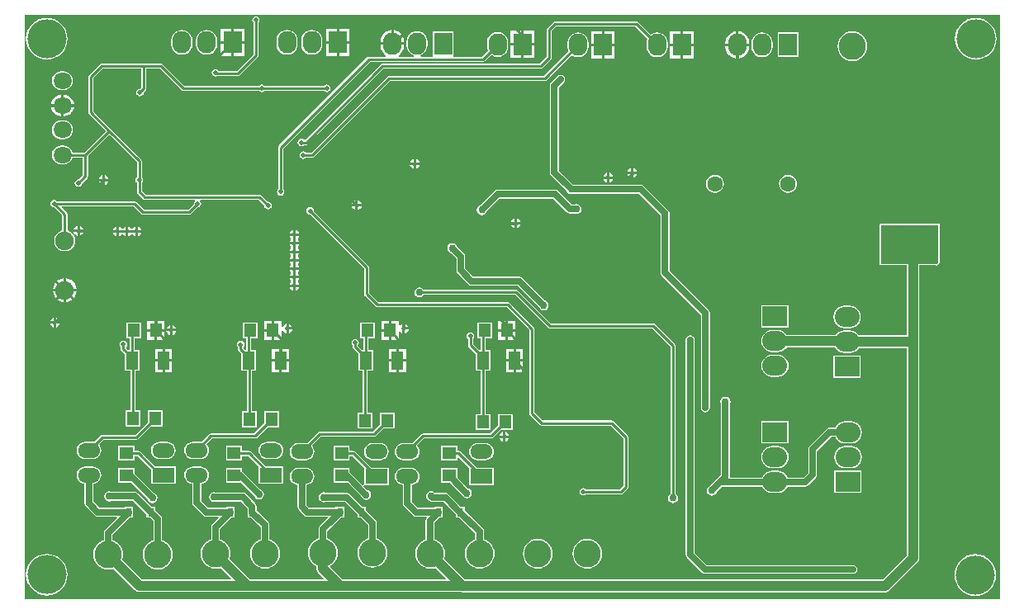
<source format=gbl>
G04*
G04 #@! TF.GenerationSoftware,Altium Limited,Altium Designer,18.1.6 (161)*
G04*
G04 Layer_Physical_Order=2*
G04 Layer_Color=16711680*
%FSTAX24Y24*%
%MOIN*%
G70*
G01*
G75*
%ADD13C,0.0100*%
%ADD28R,0.0500X0.0550*%
%ADD29R,0.0492X0.0728*%
%ADD34R,0.0550X0.0500*%
%ADD35R,0.0246X0.0327*%
%ADD82C,0.0250*%
%ADD83C,0.0400*%
%ADD85C,0.0600*%
%ADD86C,0.0630*%
%ADD87C,0.1100*%
%ADD88C,0.0750*%
%ADD89R,0.1000X0.0800*%
%ADD90O,0.1000X0.0800*%
%ADD91O,0.0750X0.0650*%
%ADD92O,0.0750X0.0900*%
%ADD93R,0.0750X0.0900*%
%ADD94R,0.0900X0.0600*%
%ADD95O,0.0900X0.0600*%
%ADD96C,0.0300*%
%ADD97C,0.0200*%
%ADD98C,0.1575*%
G36*
X04937Y01D02*
X01D01*
Y033622D01*
X04937D01*
Y01D01*
D02*
G37*
%LPC*%
G36*
X023125Y03305D02*
X0227D01*
Y03255D01*
X023125D01*
Y03305D01*
D02*
G37*
G36*
X018877D02*
X018452D01*
Y03255D01*
X018877D01*
Y03305D01*
D02*
G37*
G36*
X0226D02*
X022175D01*
Y03255D01*
X0226D01*
Y03305D01*
D02*
G37*
G36*
X018352D02*
X017927D01*
Y03255D01*
X018352D01*
Y03305D01*
D02*
G37*
G36*
X0249Y032998D02*
Y0325D01*
X025329D01*
Y032525D01*
X025313Y032649D01*
X025265Y032765D01*
X025189Y032864D01*
X02509Y03294D01*
X024974Y032988D01*
X0249Y032998D01*
D02*
G37*
G36*
X0248D02*
X024726Y032988D01*
X02461Y03294D01*
X024511Y032864D01*
X024435Y032765D01*
X024387Y032649D01*
X024371Y032525D01*
Y0325D01*
X0248D01*
Y032998D01*
D02*
G37*
G36*
X030575Y032964D02*
X03015D01*
Y032464D01*
X030575D01*
Y032964D01*
D02*
G37*
G36*
X03005D02*
X029625D01*
Y032464D01*
X03005D01*
Y032964D01*
D02*
G37*
G36*
X037015Y03295D02*
X03659D01*
Y03245D01*
X037015D01*
Y03295D01*
D02*
G37*
G36*
X038826Y032948D02*
Y03245D01*
X039255D01*
Y032475D01*
X039239Y032599D01*
X039191Y032715D01*
X039115Y032814D01*
X039016Y03289D01*
X0389Y032938D01*
X038826Y032948D01*
D02*
G37*
G36*
X033825Y03295D02*
X0334D01*
Y03245D01*
X033825D01*
Y03295D01*
D02*
G37*
G36*
X03649D02*
X036065D01*
Y03245D01*
X03649D01*
Y03295D01*
D02*
G37*
G36*
X0333D02*
X032875D01*
Y03245D01*
X0333D01*
Y03295D01*
D02*
G37*
G36*
X038726Y032948D02*
X038652Y032938D01*
X038536Y03289D01*
X038437Y032814D01*
X038361Y032715D01*
X038313Y032599D01*
X038297Y032475D01*
Y03245D01*
X038726D01*
Y032948D01*
D02*
G37*
G36*
X0216Y033004D02*
X021489Y032989D01*
X021386Y032946D01*
X021297Y032878D01*
X021229Y032789D01*
X021186Y032686D01*
X021171Y032575D01*
Y032425D01*
X021186Y032314D01*
X021229Y032211D01*
X021297Y032122D01*
X021386Y032054D01*
X021489Y032011D01*
X0216Y031996D01*
X021711Y032011D01*
X021814Y032054D01*
X021903Y032122D01*
X021971Y032211D01*
X022014Y032314D01*
X022029Y032425D01*
Y032575D01*
X022014Y032686D01*
X021971Y032789D01*
X021903Y032878D01*
X021814Y032946D01*
X021711Y032989D01*
X0216Y033004D01*
D02*
G37*
G36*
X0206D02*
X020489Y032989D01*
X020386Y032946D01*
X020297Y032878D01*
X020229Y032789D01*
X020186Y032686D01*
X020171Y032575D01*
Y032425D01*
X020186Y032314D01*
X020229Y032211D01*
X020297Y032122D01*
X020386Y032054D01*
X020489Y032011D01*
X0206Y031996D01*
X020711Y032011D01*
X020814Y032054D01*
X020903Y032122D01*
X020971Y032211D01*
X021014Y032314D01*
X021029Y032425D01*
Y032575D01*
X021014Y032686D01*
X020971Y032789D01*
X020903Y032878D01*
X020814Y032946D01*
X020711Y032989D01*
X0206Y033004D01*
D02*
G37*
G36*
X017352D02*
X017241Y032989D01*
X017138Y032946D01*
X017049Y032878D01*
X016981Y032789D01*
X016938Y032686D01*
X016924Y032575D01*
Y032425D01*
X016938Y032314D01*
X016981Y032211D01*
X017049Y032122D01*
X017138Y032054D01*
X017241Y032011D01*
X017352Y031996D01*
X017463Y032011D01*
X017567Y032054D01*
X017656Y032122D01*
X017724Y032211D01*
X017766Y032314D01*
X017781Y032425D01*
Y032575D01*
X017766Y032686D01*
X017724Y032789D01*
X017656Y032878D01*
X017567Y032946D01*
X017463Y032989D01*
X017352Y033004D01*
D02*
G37*
G36*
X016352D02*
X016242Y032989D01*
X016138Y032946D01*
X016049Y032878D01*
X015981Y032789D01*
X015938Y032686D01*
X015924Y032575D01*
Y032425D01*
X015938Y032314D01*
X015981Y032211D01*
X016049Y032122D01*
X016138Y032054D01*
X016242Y032011D01*
X016352Y031996D01*
X016463Y032011D01*
X016567Y032054D01*
X016656Y032122D01*
X016724Y032211D01*
X016767Y032314D01*
X016781Y032425D01*
Y032575D01*
X016767Y032686D01*
X016724Y032789D01*
X016656Y032878D01*
X016567Y032946D01*
X016463Y032989D01*
X016352Y033004D01*
D02*
G37*
G36*
X023125Y03245D02*
X0227D01*
Y03195D01*
X023125D01*
Y03245D01*
D02*
G37*
G36*
X0226D02*
X022175D01*
Y03195D01*
X0226D01*
Y03245D01*
D02*
G37*
G36*
X018877D02*
X018452D01*
Y03195D01*
X018877D01*
Y03245D01*
D02*
G37*
G36*
X018352D02*
X017927D01*
Y03195D01*
X018352D01*
Y03245D01*
D02*
G37*
G36*
X02585Y032954D02*
X025739Y032939D01*
X025636Y032896D01*
X025547Y032828D01*
X025479Y032739D01*
X025436Y032636D01*
X025421Y032525D01*
Y032375D01*
X025436Y032264D01*
X025479Y032161D01*
X025547Y032072D01*
X025636Y032004D01*
X02571Y031973D01*
X0257Y031923D01*
X025123D01*
X025106Y031973D01*
X025189Y032036D01*
X025265Y032135D01*
X025313Y032251D01*
X025329Y032375D01*
Y0324D01*
X02485D01*
X024371D01*
Y032375D01*
X024387Y032251D01*
X024435Y032135D01*
X024511Y032036D01*
X024594Y031973D01*
X024577Y031923D01*
X023902D01*
X023863Y031915D01*
X023829Y031893D01*
X020268Y028331D01*
X020246Y028298D01*
X020238Y028259D01*
Y026579D01*
X020232Y026575D01*
X020199Y026525D01*
X020187Y026467D01*
X020199Y026408D01*
X020232Y026358D01*
X020282Y026325D01*
X02034Y026314D01*
X020399Y026325D01*
X020448Y026358D01*
X020481Y026408D01*
X020493Y026467D01*
X020481Y026525D01*
X020448Y026575D01*
X020442Y026579D01*
Y028217D01*
X023944Y031719D01*
X028507D01*
X028546Y031727D01*
X028579Y031749D01*
X028836Y032006D01*
X028886Y031968D01*
X028989Y031925D01*
X0291Y031911D01*
X029211Y031925D01*
X029314Y031968D01*
X029403Y032036D01*
X029471Y032125D01*
X029514Y032228D01*
X029529Y032339D01*
Y032489D01*
X029514Y0326D01*
X029471Y032704D01*
X029403Y032792D01*
X029314Y03286D01*
X029211Y032903D01*
X0291Y032918D01*
X028989Y032903D01*
X028886Y03286D01*
X028797Y032792D01*
X028729Y032704D01*
X028686Y0326D01*
X028671Y032489D01*
Y032339D01*
X028686Y032228D01*
X028711Y032169D01*
X028464Y031923D01*
X027364D01*
X027325Y03195D01*
X027325Y031973D01*
Y03295D01*
X026475D01*
Y031973D01*
X026475Y03195D01*
X026436Y031923D01*
X026D01*
X02599Y031973D01*
X026064Y032004D01*
X026153Y032072D01*
X026221Y032161D01*
X026264Y032264D01*
X026279Y032375D01*
Y032525D01*
X026264Y032636D01*
X026221Y032739D01*
X026153Y032828D01*
X026064Y032896D01*
X025961Y032939D01*
X02585Y032954D01*
D02*
G37*
G36*
X041251Y0329D02*
X040401D01*
Y0319D01*
X041251D01*
Y0329D01*
D02*
G37*
G36*
X039776Y032904D02*
X039665Y032889D01*
X039562Y032846D01*
X039473Y032778D01*
X039405Y032689D01*
X039362Y032586D01*
X039347Y032475D01*
Y032325D01*
X039362Y032214D01*
X039405Y032111D01*
X039473Y032022D01*
X039562Y031954D01*
X039665Y031911D01*
X039776Y031896D01*
X039887Y031911D01*
X03999Y031954D01*
X040079Y032022D01*
X040147Y032111D01*
X04019Y032214D01*
X040205Y032325D01*
Y032475D01*
X04019Y032586D01*
X040147Y032689D01*
X040079Y032778D01*
X03999Y032846D01*
X039887Y032889D01*
X039776Y032904D01*
D02*
G37*
G36*
X034702Y03334D02*
X031427D01*
X031388Y033332D01*
X031355Y03331D01*
X031119Y033074D01*
X031097Y033041D01*
X031089Y033002D01*
Y031932D01*
X030794Y031637D01*
X024449D01*
X02441Y03163D01*
X024377Y031608D01*
X021338Y028569D01*
X021289Y028563D01*
X02124Y028596D01*
X021181Y028608D01*
X021123Y028596D01*
X021073Y028563D01*
X02104Y028513D01*
X021028Y028455D01*
X02104Y028396D01*
X021073Y028347D01*
X021123Y028313D01*
X021181Y028302D01*
X02124Y028313D01*
X021289Y028347D01*
X021293Y028353D01*
X021368D01*
X021407Y028361D01*
X02144Y028383D01*
X024491Y031433D01*
X030837D01*
X030876Y031441D01*
X030909Y031463D01*
X031263Y031818D01*
X031285Y031851D01*
X031293Y03189D01*
Y03296D01*
X031469Y033136D01*
X03466D01*
X035151Y032645D01*
X035126Y032586D01*
X035111Y032475D01*
Y032325D01*
X035126Y032214D01*
X035169Y032111D01*
X035237Y032022D01*
X035326Y031954D01*
X035429Y031911D01*
X03554Y031896D01*
X035651Y031911D01*
X035754Y031954D01*
X035843Y032022D01*
X035911Y032111D01*
X035954Y032214D01*
X035969Y032325D01*
Y032475D01*
X035954Y032586D01*
X035911Y032689D01*
X035843Y032778D01*
X035754Y032846D01*
X035651Y032889D01*
X03554Y032904D01*
X035429Y032889D01*
X035326Y032846D01*
X035276Y032808D01*
X034774Y03331D01*
X034741Y033332D01*
X034702Y03334D01*
D02*
G37*
G36*
X03235Y032904D02*
X032239Y032889D01*
X032136Y032846D01*
X032047Y032778D01*
X031979Y032689D01*
X031936Y032586D01*
X031921Y032475D01*
Y032325D01*
X031936Y032214D01*
X031961Y032155D01*
X030958Y031152D01*
X024731D01*
X024692Y031144D01*
X024659Y031122D01*
X021582Y028045D01*
X021372D01*
X021368Y028051D01*
X021318Y028084D01*
X02126Y028096D01*
X021201Y028084D01*
X021152Y028051D01*
X021119Y028001D01*
X021107Y027943D01*
X021119Y027884D01*
X021152Y027835D01*
X021201Y027802D01*
X02126Y02779D01*
X021318Y027802D01*
X021368Y027835D01*
X021372Y027841D01*
X021624D01*
X021663Y027849D01*
X021696Y027871D01*
X024773Y030948D01*
X031D01*
X031039Y030956D01*
X031072Y030978D01*
X032086Y031992D01*
X032136Y031954D01*
X032239Y031911D01*
X03235Y031896D01*
X032461Y031911D01*
X032564Y031954D01*
X032653Y032022D01*
X032721Y032111D01*
X032764Y032214D01*
X032779Y032325D01*
Y032475D01*
X032764Y032586D01*
X032721Y032689D01*
X032653Y032778D01*
X032564Y032846D01*
X032461Y032889D01*
X03235Y032904D01*
D02*
G37*
G36*
X030575Y032364D02*
X03015D01*
Y031864D01*
X030575D01*
Y032364D01*
D02*
G37*
G36*
X03005D02*
X029625D01*
Y031864D01*
X03005D01*
Y032364D01*
D02*
G37*
G36*
X039255Y03235D02*
X038826D01*
Y031852D01*
X0389Y031862D01*
X039016Y03191D01*
X039115Y031986D01*
X039191Y032085D01*
X039239Y032201D01*
X039255Y032325D01*
Y03235D01*
D02*
G37*
G36*
X038726D02*
X038297D01*
Y032325D01*
X038313Y032201D01*
X038361Y032085D01*
X038437Y031986D01*
X038536Y03191D01*
X038652Y031862D01*
X038726Y031852D01*
Y03235D01*
D02*
G37*
G36*
X037015D02*
X03659D01*
Y03185D01*
X037015D01*
Y03235D01*
D02*
G37*
G36*
X03649D02*
X036065D01*
Y03185D01*
X03649D01*
Y03235D01*
D02*
G37*
G36*
X033825D02*
X0334D01*
Y03185D01*
X033825D01*
Y03235D01*
D02*
G37*
G36*
X0333D02*
X032875D01*
Y03185D01*
X0333D01*
Y03235D01*
D02*
G37*
G36*
X0484Y033491D02*
X048236Y033475D01*
X048078Y033427D01*
X047933Y03335D01*
X047805Y033245D01*
X0477Y033117D01*
X047623Y032972D01*
X047575Y032814D01*
X047559Y03265D01*
X047575Y032486D01*
X047623Y032328D01*
X0477Y032183D01*
X047805Y032055D01*
X047933Y03195D01*
X048078Y031873D01*
X048236Y031825D01*
X0484Y031809D01*
X048564Y031825D01*
X048722Y031873D01*
X048867Y03195D01*
X048995Y032055D01*
X0491Y032183D01*
X049177Y032328D01*
X049225Y032486D01*
X049241Y03265D01*
X049225Y032814D01*
X049177Y032972D01*
X0491Y033117D01*
X048995Y033245D01*
X048867Y03335D01*
X048722Y033427D01*
X048564Y033475D01*
X0484Y033491D01*
D02*
G37*
G36*
X0109D02*
X010736Y033475D01*
X010578Y033427D01*
X010433Y03335D01*
X010305Y033245D01*
X0102Y033117D01*
X010123Y032972D01*
X010075Y032814D01*
X010059Y03265D01*
X010075Y032486D01*
X010123Y032328D01*
X0102Y032183D01*
X010305Y032055D01*
X010433Y03195D01*
X010578Y031873D01*
X010736Y031825D01*
X0109Y031809D01*
X011064Y031825D01*
X011222Y031873D01*
X011367Y03195D01*
X011495Y032055D01*
X0116Y032183D01*
X011677Y032328D01*
X011725Y032486D01*
X011741Y03265D01*
X011725Y032814D01*
X011677Y032972D01*
X0116Y033117D01*
X011495Y033245D01*
X011367Y03335D01*
X011222Y033427D01*
X011064Y033475D01*
X0109Y033491D01*
D02*
G37*
G36*
X043425Y032945D02*
X043308Y032934D01*
X043194Y0329D01*
X04309Y032844D01*
X042999Y032769D01*
X042924Y032677D01*
X042868Y032573D01*
X042834Y03246D01*
X042822Y032343D01*
X042834Y032225D01*
X042868Y032112D01*
X042924Y032008D01*
X042999Y031916D01*
X04309Y031841D01*
X043194Y031786D01*
X043308Y031751D01*
X043425Y03174D01*
X043543Y031751D01*
X043656Y031786D01*
X04376Y031841D01*
X043852Y031916D01*
X043926Y032008D01*
X043982Y032112D01*
X044017Y032225D01*
X044028Y032343D01*
X044017Y03246D01*
X043982Y032573D01*
X043926Y032677D01*
X043852Y032769D01*
X04376Y032844D01*
X043656Y0329D01*
X043543Y032934D01*
X043425Y032945D01*
D02*
G37*
G36*
X019341Y033549D02*
X019282Y033537D01*
X019233Y033504D01*
X0192Y033454D01*
X019188Y033396D01*
X0192Y033337D01*
X019233Y033288D01*
X019239Y033283D01*
Y032021D01*
X01857Y031352D01*
X017842D01*
X017825Y031378D01*
X017775Y031411D01*
X017717Y031423D01*
X017658Y031411D01*
X017608Y031378D01*
X017575Y031328D01*
X017564Y03127D01*
X017575Y031211D01*
X017608Y031162D01*
X017658Y031128D01*
X017717Y031117D01*
X017775Y031128D01*
X017804Y031148D01*
X018612D01*
X018651Y031156D01*
X018684Y031178D01*
X019413Y031907D01*
X019435Y03194D01*
X019443Y031979D01*
Y033283D01*
X019449Y033288D01*
X019482Y033337D01*
X019494Y033396D01*
X019482Y033454D01*
X019449Y033504D01*
X0194Y033537D01*
X019341Y033549D01*
D02*
G37*
G36*
X011585Y031335D02*
X011485D01*
X011388Y031322D01*
X011296Y031284D01*
X011218Y031224D01*
X011158Y031145D01*
X01112Y031054D01*
X011107Y030956D01*
X01112Y030858D01*
X011158Y030767D01*
X011218Y030689D01*
X011296Y030629D01*
X011388Y030591D01*
X011485Y030578D01*
X011585D01*
X011683Y030591D01*
X011775Y030629D01*
X011853Y030689D01*
X011913Y030767D01*
X011951Y030858D01*
X011964Y030956D01*
X011951Y031054D01*
X011913Y031145D01*
X011853Y031224D01*
X011775Y031284D01*
X011683Y031322D01*
X011585Y031335D01*
D02*
G37*
G36*
X015512Y031637D02*
X01312D01*
X013081Y03163D01*
X013048Y031608D01*
X012605Y031165D01*
X012583Y031132D01*
X012575Y031093D01*
Y029665D01*
X012583Y029626D01*
X012605Y029593D01*
X013281Y028917D01*
X012422Y028058D01*
X011949D01*
X011913Y028145D01*
X011853Y028224D01*
X011775Y028284D01*
X011683Y028322D01*
X011585Y028335D01*
X011485D01*
X011388Y028322D01*
X011296Y028284D01*
X011218Y028224D01*
X011158Y028145D01*
X01112Y028054D01*
X011107Y027956D01*
X01112Y027858D01*
X011158Y027767D01*
X011218Y027689D01*
X011296Y027629D01*
X011388Y027591D01*
X011485Y027578D01*
X011585D01*
X011683Y027591D01*
X011775Y027629D01*
X011853Y027689D01*
X011913Y027767D01*
X011949Y027854D01*
X012362D01*
Y027136D01*
X012192Y026966D01*
X012185Y026968D01*
X012127Y026956D01*
X012077Y026923D01*
X012044Y026873D01*
X012032Y026815D01*
X012044Y026756D01*
X012077Y026707D01*
X012127Y026674D01*
X012185Y026662D01*
X012244Y026674D01*
X012293Y026707D01*
X012326Y026756D01*
X012338Y026815D01*
X012337Y026822D01*
X012536Y027022D01*
X012558Y027055D01*
X012566Y027094D01*
Y027914D01*
X013425Y028773D01*
X014534Y027664D01*
Y027061D01*
X014528Y027057D01*
X014495Y027007D01*
X014483Y026949D01*
X014495Y02689D01*
X014528Y026841D01*
X014534Y026837D01*
Y026462D01*
X014542Y026423D01*
X014564Y02639D01*
X014776Y026178D01*
X014809Y026156D01*
X014848Y026148D01*
X016872D01*
X016887Y026098D01*
X016878Y026092D01*
X016845Y026043D01*
X016834Y025984D01*
X016835Y025977D01*
X0166Y025742D01*
X014836D01*
X014521Y026056D01*
X014488Y026078D01*
X014449Y026086D01*
X011313D01*
X011309Y026092D01*
X011259Y026126D01*
X011201Y026137D01*
X011142Y026126D01*
X011093Y026092D01*
X011059Y026043D01*
X011048Y025984D01*
X011059Y025926D01*
X011093Y025876D01*
X011142Y025843D01*
X011201Y025831D01*
X011208Y025833D01*
X011529Y025512D01*
Y024903D01*
X01152Y024902D01*
X011417Y024859D01*
X011328Y024791D01*
X01126Y024703D01*
X011217Y024599D01*
X011202Y024488D01*
X011217Y024377D01*
X01126Y024274D01*
X011328Y024185D01*
X011417Y024117D01*
X01152Y024074D01*
X011631Y02406D01*
X011742Y024074D01*
X011845Y024117D01*
X011934Y024185D01*
X012002Y024274D01*
X012045Y024377D01*
X01206Y024488D01*
X012045Y024599D01*
X012002Y024703D01*
X011934Y024791D01*
X011845Y024859D01*
X011742Y024902D01*
X011733Y024903D01*
Y025554D01*
X011725Y025593D01*
X011703Y025626D01*
X011493Y025836D01*
X011512Y025882D01*
X014407D01*
X014721Y025568D01*
X014754Y025546D01*
X014793Y025538D01*
X016642D01*
X016681Y025546D01*
X016714Y025568D01*
X016979Y025833D01*
X016987Y025831D01*
X017045Y025843D01*
X017095Y025876D01*
X017128Y025926D01*
X01714Y025984D01*
X017128Y026043D01*
X017095Y026092D01*
X017086Y026098D01*
X017101Y026148D01*
X019456D01*
X019688Y025916D01*
X019687Y025908D01*
X019698Y02585D01*
X019732Y0258D01*
X019781Y025767D01*
X01984Y025755D01*
X019898Y025767D01*
X019948Y0258D01*
X019981Y02585D01*
X019993Y025908D01*
X019981Y025967D01*
X019948Y026016D01*
X019898Y02605D01*
X01984Y026061D01*
X019832Y02606D01*
X01957Y026322D01*
X019537Y026344D01*
X019498Y026352D01*
X01489D01*
X014738Y026505D01*
Y026837D01*
X014744Y026841D01*
X014777Y02689D01*
X014789Y026949D01*
X014777Y027007D01*
X014744Y027057D01*
X014738Y027061D01*
Y027707D01*
X01473Y027746D01*
X014708Y027779D01*
X013497Y028989D01*
X012779Y029708D01*
Y03105D01*
X013162Y031433D01*
X014721D01*
Y030672D01*
X014673Y030624D01*
X014665Y030625D01*
X014607Y030614D01*
X014557Y030581D01*
X014524Y030531D01*
X014512Y030472D01*
X014524Y030414D01*
X014557Y030364D01*
X014607Y030331D01*
X014665Y030319D01*
X014724Y030331D01*
X014773Y030364D01*
X014807Y030414D01*
X014818Y030472D01*
X014817Y03048D01*
X014895Y030558D01*
X014917Y030591D01*
X014925Y03063D01*
Y031433D01*
X01547D01*
X016335Y030568D01*
X016368Y030546D01*
X016407Y030538D01*
X019474D01*
X019478Y030532D01*
X019528Y030498D01*
X019587Y030487D01*
X019645Y030498D01*
X019695Y030532D01*
X019699Y030538D01*
X022092D01*
X022097Y030532D01*
X022146Y030498D01*
X022205Y030487D01*
X022263Y030498D01*
X022313Y030532D01*
X022346Y030581D01*
X022358Y03064D01*
X022346Y030698D01*
X022313Y030748D01*
X022263Y030781D01*
X022205Y030793D01*
X022146Y030781D01*
X022097Y030748D01*
X022092Y030742D01*
X019699D01*
X019695Y030748D01*
X019645Y030781D01*
X019587Y030793D01*
X019528Y030781D01*
X019478Y030748D01*
X019474Y030742D01*
X01645D01*
X015584Y031608D01*
X015551Y03163D01*
X015512Y031637D01*
D02*
G37*
G36*
X011585Y030375D02*
Y029996D01*
X012008D01*
X011999Y030057D01*
X011957Y030161D01*
X011889Y030249D01*
X0118Y030318D01*
X011696Y03036D01*
X011585Y030375D01*
D02*
G37*
G36*
X011485D02*
X011485D01*
X011374Y03036D01*
X011271Y030318D01*
X011182Y030249D01*
X011114Y030161D01*
X011071Y030057D01*
X011063Y029996D01*
X011485D01*
Y030375D01*
D02*
G37*
G36*
X012008Y029896D02*
X011585D01*
Y029518D01*
X011696Y029532D01*
X0118Y029575D01*
X011889Y029643D01*
X011957Y029732D01*
X011999Y029835D01*
X012008Y029896D01*
D02*
G37*
G36*
X011485D02*
X011063D01*
X011071Y029835D01*
X011114Y029732D01*
X011182Y029643D01*
X011271Y029575D01*
X011374Y029532D01*
X011485Y029518D01*
X011485D01*
Y029896D01*
D02*
G37*
G36*
X011585Y029345D02*
X011485D01*
X011388Y029332D01*
X011296Y029294D01*
X011218Y029234D01*
X011158Y029155D01*
X01112Y029064D01*
X011107Y028966D01*
X01112Y028868D01*
X011158Y028777D01*
X011218Y028699D01*
X011296Y028639D01*
X011388Y028601D01*
X011485Y028588D01*
X011585D01*
X011683Y028601D01*
X011775Y028639D01*
X011853Y028699D01*
X011913Y028777D01*
X011951Y028868D01*
X011964Y028966D01*
X011951Y029064D01*
X011913Y029155D01*
X011853Y029234D01*
X011775Y029294D01*
X011683Y029332D01*
X011585Y029345D01*
D02*
G37*
G36*
X025808Y027783D02*
Y027639D01*
X025952D01*
X025946Y027667D01*
X025902Y027733D01*
X025836Y027777D01*
X025808Y027783D01*
D02*
G37*
G36*
X025708D02*
X02568Y027777D01*
X025614Y027733D01*
X025569Y027667D01*
X025564Y027639D01*
X025708D01*
Y027783D01*
D02*
G37*
G36*
X025952Y027539D02*
X025808D01*
Y027395D01*
X025836Y0274D01*
X025902Y027444D01*
X025946Y027511D01*
X025952Y027539D01*
D02*
G37*
G36*
X025708D02*
X025564D01*
X025569Y027511D01*
X025614Y027444D01*
X02568Y0274D01*
X025708Y027395D01*
Y027539D01*
D02*
G37*
G36*
X034587Y027418D02*
Y027274D01*
X034731D01*
X034726Y027302D01*
X034682Y027369D01*
X034615Y027413D01*
X034587Y027418D01*
D02*
G37*
G36*
X034487D02*
X034459Y027413D01*
X034393Y027369D01*
X034349Y027302D01*
X034343Y027274D01*
X034487D01*
Y027418D01*
D02*
G37*
G36*
X03361Y027231D02*
Y027087D01*
X033754D01*
X033749Y027115D01*
X033704Y027182D01*
X033638Y027226D01*
X03361Y027231D01*
D02*
G37*
G36*
X03351D02*
X033482Y027226D01*
X033416Y027182D01*
X033372Y027115D01*
X033366Y027087D01*
X03351D01*
Y027231D01*
D02*
G37*
G36*
X034731Y027174D02*
X034587D01*
Y02703D01*
X034615Y027036D01*
X034682Y02708D01*
X034726Y027146D01*
X034731Y027174D01*
D02*
G37*
G36*
X034487D02*
X034343D01*
X034349Y027146D01*
X034393Y02708D01*
X034459Y027036D01*
X034487Y02703D01*
Y027174D01*
D02*
G37*
G36*
X013252Y027133D02*
Y026989D01*
X013396D01*
X01339Y027017D01*
X013346Y027083D01*
X01328Y027127D01*
X013252Y027133D01*
D02*
G37*
G36*
X013152D02*
X013124Y027127D01*
X013057Y027083D01*
X013013Y027017D01*
X013008Y026989D01*
X013152D01*
Y027133D01*
D02*
G37*
G36*
X033754Y026987D02*
X03361D01*
Y026843D01*
X033638Y026849D01*
X033704Y026893D01*
X033749Y026959D01*
X033754Y026987D01*
D02*
G37*
G36*
X03351D02*
X033366D01*
X033372Y026959D01*
X033416Y026893D01*
X033482Y026849D01*
X03351Y026843D01*
Y026987D01*
D02*
G37*
G36*
X013396Y026889D02*
X013252D01*
Y026745D01*
X01328Y026751D01*
X013346Y026795D01*
X01339Y026861D01*
X013396Y026889D01*
D02*
G37*
G36*
X013152D02*
X013008D01*
X013013Y026861D01*
X013057Y026795D01*
X013124Y026751D01*
X013152Y026745D01*
Y026889D01*
D02*
G37*
G36*
X040827Y027159D02*
X040732Y027147D01*
X040643Y02711D01*
X040566Y027052D01*
X040508Y026975D01*
X040471Y026887D01*
X040459Y026791D01*
X040471Y026696D01*
X040508Y026607D01*
X040566Y026531D01*
X040643Y026473D01*
X040732Y026436D01*
X040827Y026423D01*
X040922Y026436D01*
X041011Y026473D01*
X041087Y026531D01*
X041146Y026607D01*
X041182Y026696D01*
X041195Y026791D01*
X041182Y026887D01*
X041146Y026975D01*
X041087Y027052D01*
X041011Y02711D01*
X040922Y027147D01*
X040827Y027159D01*
D02*
G37*
G36*
X037874D02*
X037779Y027147D01*
X03769Y02711D01*
X037614Y027052D01*
X037555Y026975D01*
X037518Y026887D01*
X037506Y026791D01*
X037518Y026696D01*
X037555Y026607D01*
X037614Y026531D01*
X03769Y026473D01*
X037779Y026436D01*
X037874Y026423D01*
X037969Y026436D01*
X038058Y026473D01*
X038134Y026531D01*
X038193Y026607D01*
X03823Y026696D01*
X038242Y026791D01*
X03823Y026887D01*
X038193Y026975D01*
X038134Y027052D01*
X038058Y02711D01*
X037969Y027147D01*
X037874Y027159D01*
D02*
G37*
G36*
X023465Y026119D02*
Y025975D01*
X023609D01*
X023604Y026003D01*
X02356Y026069D01*
X023493Y026114D01*
X023465Y026119D01*
D02*
G37*
G36*
X023365D02*
X023337Y026114D01*
X023271Y026069D01*
X023227Y026003D01*
X023221Y025975D01*
X023365D01*
Y026119D01*
D02*
G37*
G36*
X023609Y025875D02*
X023465D01*
Y025731D01*
X023493Y025737D01*
X02356Y025781D01*
X023604Y025847D01*
X023609Y025875D01*
D02*
G37*
G36*
X023365D02*
X023221D01*
X023227Y025847D01*
X023271Y025781D01*
X023337Y025737D01*
X023365Y025731D01*
Y025875D01*
D02*
G37*
G36*
X029107Y026547D02*
X029039Y026533D01*
X028981Y026494D01*
X028406Y025919D01*
X028388Y025915D01*
X028322Y025871D01*
X028278Y025805D01*
X028262Y025727D01*
X028278Y025649D01*
X028322Y025583D01*
X028388Y025538D01*
X028466Y025523D01*
X028544Y025538D01*
X02861Y025583D01*
X028655Y025649D01*
X028658Y025666D01*
X029181Y02619D01*
X031342D01*
X03189Y025642D01*
X031948Y025603D01*
X032016Y025589D01*
X032016Y025589D01*
X032192D01*
X032207Y025579D01*
X032285Y025564D01*
X032363Y025579D01*
X032429Y025624D01*
X032473Y02569D01*
X032489Y025768D01*
X032473Y025846D01*
X032429Y025912D01*
X032363Y025956D01*
X032285Y025972D01*
X032207Y025956D01*
X032192Y025946D01*
X03209D01*
X031542Y026494D01*
X031484Y026533D01*
X031416Y026547D01*
X029107D01*
X029107Y026547D01*
D02*
G37*
G36*
X029883Y025381D02*
Y025237D01*
X030027D01*
X030021Y025265D01*
X029977Y025331D01*
X029911Y025375D01*
X029883Y025381D01*
D02*
G37*
G36*
X029783D02*
X029755Y025375D01*
X029688Y025331D01*
X029644Y025265D01*
X029639Y025237D01*
X029783D01*
Y025381D01*
D02*
G37*
G36*
X030027Y025137D02*
X029883D01*
Y024993D01*
X029911Y024999D01*
X029977Y025043D01*
X030021Y025109D01*
X030027Y025137D01*
D02*
G37*
G36*
X029783D02*
X029639D01*
X029644Y025109D01*
X029688Y025043D01*
X029755Y024999D01*
X029783Y024993D01*
Y025137D01*
D02*
G37*
G36*
X014478Y025054D02*
X01445Y025048D01*
X014383Y025004D01*
X014366Y024977D01*
X014306D01*
X014288Y025004D01*
X014222Y025048D01*
X014194Y025054D01*
Y02486D01*
Y024666D01*
X014222Y024671D01*
X014288Y024715D01*
X014306Y024742D01*
X014366D01*
X014383Y024715D01*
X01445Y024671D01*
X014478Y024666D01*
Y02486D01*
Y025054D01*
D02*
G37*
G36*
X014094D02*
X014066Y025048D01*
X014Y025004D01*
X013982Y024977D01*
X013922D01*
X013904Y025004D01*
X013838Y025048D01*
X01381Y025054D01*
Y02486D01*
Y024666D01*
X013838Y024671D01*
X013904Y024715D01*
X013922Y024742D01*
X013982D01*
X014Y024715D01*
X014066Y024671D01*
X014094Y024666D01*
Y02486D01*
Y025054D01*
D02*
G37*
G36*
X012235Y025076D02*
Y024932D01*
X012379D01*
X012373Y02496D01*
X012329Y025026D01*
X012263Y02507D01*
X012235Y025076D01*
D02*
G37*
G36*
X012135D02*
X012107Y02507D01*
X012041Y025026D01*
X011997Y02496D01*
X011991Y024932D01*
X012135D01*
Y025076D01*
D02*
G37*
G36*
X014578Y025054D02*
Y02491D01*
X014722D01*
X014716Y024938D01*
X014672Y025004D01*
X014606Y025048D01*
X014578Y025054D01*
D02*
G37*
G36*
X01371D02*
X013682Y025048D01*
X013616Y025004D01*
X013571Y024938D01*
X013566Y02491D01*
X01371D01*
Y025054D01*
D02*
G37*
G36*
X020946Y02492D02*
Y024776D01*
X02109D01*
X021084Y024804D01*
X02104Y024871D01*
X020974Y024915D01*
X020946Y02492D01*
D02*
G37*
G36*
X020846D02*
X020818Y024915D01*
X020751Y024871D01*
X020707Y024804D01*
X020702Y024776D01*
X020846D01*
Y02492D01*
D02*
G37*
G36*
X012379Y024832D02*
X012235D01*
Y024688D01*
X012263Y024693D01*
X012329Y024738D01*
X012373Y024804D01*
X012379Y024832D01*
D02*
G37*
G36*
X012135D02*
X011991D01*
X011997Y024804D01*
X012041Y024738D01*
X012107Y024693D01*
X012135Y024688D01*
Y024832D01*
D02*
G37*
G36*
X014722Y02481D02*
X014578D01*
Y024666D01*
X014606Y024671D01*
X014672Y024715D01*
X014716Y024781D01*
X014722Y02481D01*
D02*
G37*
G36*
X01371D02*
X013566D01*
X013571Y024781D01*
X013616Y024715D01*
X013682Y024671D01*
X01371Y024666D01*
Y02481D01*
D02*
G37*
G36*
X02109Y024676D02*
X020702D01*
X020707Y024648D01*
X020749Y024586D01*
X020755Y024571D01*
Y024539D01*
X020749Y024524D01*
X020707Y024461D01*
X020702Y024433D01*
X02109D01*
X021084Y024461D01*
X021042Y024524D01*
X021036Y024539D01*
Y024571D01*
X021042Y024586D01*
X021084Y024648D01*
X02109Y024676D01*
D02*
G37*
G36*
Y024333D02*
X020702D01*
X020707Y024305D01*
X020749Y024243D01*
X020755Y024227D01*
Y024196D01*
X020749Y024181D01*
X020707Y024118D01*
X020702Y02409D01*
X02109D01*
X021084Y024118D01*
X021042Y024181D01*
X021036Y024196D01*
Y024227D01*
X021042Y024243D01*
X021084Y024305D01*
X02109Y024333D01*
D02*
G37*
G36*
Y02399D02*
X020702D01*
X020707Y023962D01*
X020749Y0239D01*
X020755Y023884D01*
Y023853D01*
X020749Y023837D01*
X020707Y023775D01*
X020702Y023747D01*
X02109D01*
X021084Y023775D01*
X021042Y023837D01*
X021036Y023853D01*
Y023884D01*
X021042Y0239D01*
X021084Y023962D01*
X02109Y02399D01*
D02*
G37*
G36*
X046895Y025177D02*
X044582D01*
X044543Y025161D01*
X044528Y025123D01*
Y023558D01*
X044543Y02352D01*
X044582Y023504D01*
X045621D01*
Y020664D01*
X04368D01*
X04363Y02073D01*
X043536Y020803D01*
X043426Y020848D01*
X043309Y020863D01*
X043109D01*
X042991Y020848D01*
X042882Y020803D01*
X042788Y02073D01*
X042758Y020692D01*
X040767D01*
X040716Y020758D01*
X040622Y02083D01*
X040513Y020875D01*
X040395Y020891D01*
X040195D01*
X040078Y020875D01*
X039968Y02083D01*
X039874Y020758D01*
X039802Y020664D01*
X039757Y020554D01*
X039741Y020437D01*
X039757Y02032D01*
X039802Y02021D01*
X039874Y020116D01*
X039968Y020044D01*
X040078Y019999D01*
X040195Y019983D01*
X040395D01*
X040513Y019999D01*
X040622Y020044D01*
X040716Y020116D01*
X040767Y020182D01*
X042716D01*
X042788Y020089D01*
X042882Y020016D01*
X042991Y019971D01*
X043109Y019956D01*
X043309D01*
X043426Y019971D01*
X043536Y020016D01*
X04363Y020089D01*
X04368Y020155D01*
X045621D01*
Y011776D01*
X044641Y010796D01*
X02779D01*
X02694Y011646D01*
X026966Y011733D01*
X026978Y011851D01*
X026966Y011968D01*
X026932Y012082D01*
X026876Y012186D01*
X026801Y012277D01*
X02671Y012352D01*
X026606Y012408D01*
X026554Y012424D01*
Y013106D01*
X026756Y013308D01*
X02689D01*
Y013494D01*
X026895Y013521D01*
X02689Y013548D01*
Y013735D01*
X026544D01*
Y0137D01*
X025886D01*
X025634Y013952D01*
Y014618D01*
X025697Y014627D01*
X025782Y014662D01*
X025855Y014718D01*
X025911Y014791D01*
X025946Y014876D01*
X025958Y014968D01*
X025946Y015059D01*
X025911Y015144D01*
X025855Y015217D01*
X025782Y015273D01*
X025697Y015309D01*
X025605Y015321D01*
X025305D01*
X025214Y015309D01*
X025129Y015273D01*
X025056Y015217D01*
X024999Y015144D01*
X024964Y015059D01*
X024952Y014968D01*
X024964Y014876D01*
X024999Y014791D01*
X025056Y014718D01*
X025129Y014662D01*
X025214Y014627D01*
X025277Y014618D01*
Y013878D01*
X02529Y01381D01*
X025329Y013752D01*
X025686Y013395D01*
X025744Y013356D01*
X025812Y013343D01*
X025812Y013343D01*
X026221D01*
X02624Y013293D01*
X02621Y013248D01*
X026197Y01318D01*
Y012424D01*
X026144Y012408D01*
X02604Y012352D01*
X025949Y012277D01*
X025874Y012186D01*
X025818Y012082D01*
X025784Y011968D01*
X025772Y011851D01*
X025784Y011733D01*
X025818Y01162D01*
X025874Y011516D01*
X025949Y011424D01*
X02604Y011349D01*
X026144Y011294D01*
X026258Y011259D01*
X026375Y011248D01*
X026493Y011259D01*
X02658Y011286D01*
X027013Y010852D01*
X026994Y010806D01*
X022852D01*
X022338Y01132D01*
X022345Y01137D01*
X02238Y011388D01*
X022471Y011463D01*
X022546Y011555D01*
X022602Y011659D01*
X022636Y011772D01*
X022648Y01189D01*
X022636Y012007D01*
X022602Y01212D01*
X022546Y012225D01*
X022471Y012316D01*
X02238Y012391D01*
X022276Y012447D01*
X022224Y012463D01*
Y012755D01*
X022776Y013308D01*
X022911D01*
Y013494D01*
X022916Y013521D01*
X022911Y013548D01*
Y013735D01*
X022564D01*
Y0137D01*
X021488D01*
X021384Y013804D01*
Y014618D01*
X021447Y014627D01*
X021532Y014662D01*
X021605Y014718D01*
X021661Y014791D01*
X021696Y014876D01*
X021708Y014968D01*
X021696Y015059D01*
X021661Y015144D01*
X021605Y015217D01*
X021532Y015273D01*
X021447Y015309D01*
X021355Y015321D01*
X021055D01*
X020964Y015309D01*
X020879Y015273D01*
X020806Y015217D01*
X020749Y015144D01*
X020714Y015059D01*
X020702Y014968D01*
X020714Y014876D01*
X020749Y014791D01*
X020806Y014718D01*
X020879Y014662D01*
X020964Y014627D01*
X021027Y014618D01*
Y01373D01*
X02104Y013661D01*
X021079Y013604D01*
X021287Y013395D01*
X021287Y013395D01*
X021345Y013356D01*
X021414Y013343D01*
X021414Y013343D01*
X022241D01*
X022261Y013297D01*
X021919Y012955D01*
X02188Y012897D01*
X021867Y012829D01*
Y012463D01*
X021814Y012447D01*
X02171Y012391D01*
X021619Y012316D01*
X021544Y012225D01*
X021488Y01212D01*
X021454Y012007D01*
X021442Y01189D01*
X021454Y011772D01*
X021488Y011659D01*
X021544Y011555D01*
X021619Y011463D01*
X02171Y011388D01*
X02179Y011346D01*
Y011252D01*
X02181Y011155D01*
X021865Y011072D01*
X022084Y010852D01*
X022065Y010806D01*
X01912D01*
X01828Y011646D01*
X018306Y011733D01*
X018318Y011851D01*
X018306Y011968D01*
X018272Y012082D01*
X018216Y012186D01*
X018141Y012277D01*
X01805Y012352D01*
X017946Y012408D01*
X017894Y012424D01*
Y01285D01*
X018351Y013308D01*
X018485D01*
Y013494D01*
X018491Y013521D01*
X018485Y013548D01*
Y013735D01*
X018139D01*
Y0137D01*
X017415D01*
X017134Y013981D01*
Y014668D01*
X017197Y014677D01*
X017282Y014712D01*
X017355Y014768D01*
X017411Y014841D01*
X017446Y014926D01*
X017458Y015018D01*
X017446Y015109D01*
X017411Y015194D01*
X017355Y015267D01*
X017282Y015323D01*
X017197Y015359D01*
X017105Y015371D01*
X016805D01*
X016714Y015359D01*
X016629Y015323D01*
X016556Y015267D01*
X016499Y015194D01*
X016464Y015109D01*
X016452Y015018D01*
X016464Y014926D01*
X016499Y014841D01*
X016556Y014768D01*
X016629Y014712D01*
X016714Y014677D01*
X016777Y014668D01*
Y013907D01*
X01679Y013839D01*
X016829Y013781D01*
X017215Y013395D01*
X017215Y013395D01*
X017273Y013356D01*
X017341Y013343D01*
X017341Y013343D01*
X017816D01*
X017835Y013297D01*
X017589Y01305D01*
X01755Y012992D01*
X017537Y012924D01*
Y012424D01*
X017484Y012408D01*
X01738Y012352D01*
X017289Y012277D01*
X017214Y012186D01*
X017158Y012082D01*
X017124Y011968D01*
X017112Y011851D01*
X017124Y011733D01*
X017158Y01162D01*
X017214Y011516D01*
X017289Y011424D01*
X01738Y011349D01*
X017484Y011294D01*
X017598Y011259D01*
X017715Y011248D01*
X017833Y011259D01*
X01792Y011286D01*
X018353Y010852D01*
X018334Y010806D01*
X014751D01*
X01395Y011607D01*
X013976Y011693D01*
X013988Y011811D01*
X013976Y011929D01*
X013942Y012042D01*
X013886Y012146D01*
X013811Y012237D01*
X01372Y012312D01*
X013616Y012368D01*
X013564Y012384D01*
Y012609D01*
X014262Y013308D01*
X014396D01*
Y013494D01*
X014402Y013521D01*
X014396Y013548D01*
Y013735D01*
X01405D01*
Y0137D01*
X013039D01*
X012784Y013955D01*
Y014668D01*
X012847Y014677D01*
X012932Y014712D01*
X013005Y014768D01*
X013061Y014841D01*
X013096Y014926D01*
X013108Y015018D01*
X013096Y015109D01*
X013061Y015194D01*
X013005Y015267D01*
X012932Y015323D01*
X012847Y015359D01*
X012755Y015371D01*
X012455D01*
X012364Y015359D01*
X012279Y015323D01*
X012206Y015267D01*
X012149Y015194D01*
X012114Y015109D01*
X012102Y015018D01*
X012114Y014926D01*
X012149Y014841D01*
X012206Y014768D01*
X012279Y014712D01*
X012364Y014677D01*
X012427Y014668D01*
Y013881D01*
X01244Y013813D01*
X012479Y013755D01*
X012839Y013395D01*
X012897Y013356D01*
X012965Y013343D01*
X013727D01*
X013746Y013297D01*
X013259Y012809D01*
X01322Y012751D01*
X013207Y012683D01*
Y012384D01*
X013154Y012368D01*
X01305Y012312D01*
X012959Y012237D01*
X012884Y012146D01*
X012828Y012042D01*
X012794Y011929D01*
X012782Y011811D01*
X012794Y011693D01*
X012828Y01158D01*
X012884Y011476D01*
X012959Y011385D01*
X01305Y01131D01*
X013154Y011254D01*
X013268Y01122D01*
X013385Y011208D01*
X013503Y01122D01*
X01359Y011246D01*
X014465Y010371D01*
X014547Y010316D01*
X014645Y010296D01*
X027635D01*
X027685Y010286D01*
X044747D01*
X044844Y010306D01*
X044927Y010361D01*
X046056Y01149D01*
X046111Y011573D01*
X046131Y01167D01*
Y020413D01*
Y023504D01*
X046784D01*
X046788Y0235D01*
X046826Y023484D01*
X046864Y0235D01*
X046864Y0235D01*
X046933Y023569D01*
X046949Y023607D01*
X046949Y023607D01*
Y025123D01*
X046933Y025161D01*
X046895Y025177D01*
D02*
G37*
G36*
X02109Y023647D02*
X020702D01*
X020707Y023619D01*
X020749Y023556D01*
X020755Y023541D01*
Y023509D01*
X020749Y023494D01*
X020707Y023432D01*
X020702Y023404D01*
X02109D01*
X021084Y023432D01*
X021042Y023494D01*
X021036Y023509D01*
Y023541D01*
X021042Y023556D01*
X021084Y023619D01*
X02109Y023647D01*
D02*
G37*
G36*
Y023304D02*
X020702D01*
X020707Y023276D01*
X020749Y023213D01*
X020755Y023198D01*
Y023166D01*
X020749Y023151D01*
X020707Y023089D01*
X020702Y023061D01*
X02109D01*
X021084Y023089D01*
X021042Y023151D01*
X021036Y023166D01*
Y023198D01*
X021042Y023213D01*
X021084Y023276D01*
X02109Y023304D01*
D02*
G37*
G36*
Y022961D02*
X020702D01*
X020707Y022932D01*
X020749Y02287D01*
X020755Y022855D01*
Y022823D01*
X020749Y022808D01*
X020707Y022745D01*
X020702Y022717D01*
X02109D01*
X021084Y022745D01*
X021042Y022808D01*
X021036Y022823D01*
Y022855D01*
X021042Y02287D01*
X021084Y022932D01*
X02109Y022961D01*
D02*
G37*
G36*
X011681Y022961D02*
Y022538D01*
X012104D01*
X012094Y022612D01*
X012046Y022728D01*
X01197Y022827D01*
X011871Y022903D01*
X011755Y022951D01*
X011681Y022961D01*
D02*
G37*
G36*
X011581D02*
X011507Y022951D01*
X011392Y022903D01*
X011292Y022827D01*
X011216Y022728D01*
X011168Y022612D01*
X011159Y022538D01*
X011581D01*
Y022961D01*
D02*
G37*
G36*
X02109Y022617D02*
X020946D01*
Y022473D01*
X020974Y022479D01*
X02104Y022523D01*
X021084Y022589D01*
X02109Y022617D01*
D02*
G37*
G36*
X020846D02*
X020702D01*
X020707Y022589D01*
X020751Y022523D01*
X020818Y022479D01*
X020846Y022473D01*
Y022617D01*
D02*
G37*
G36*
X012104Y022438D02*
X011681D01*
Y022016D01*
X011755Y022025D01*
X011871Y022073D01*
X01197Y022149D01*
X012046Y022249D01*
X012094Y022364D01*
X012104Y022438D01*
D02*
G37*
G36*
X011581D02*
X011159D01*
X011168Y022364D01*
X011216Y022249D01*
X011292Y022149D01*
X011392Y022073D01*
X011507Y022025D01*
X011581Y022016D01*
Y022438D01*
D02*
G37*
G36*
X027274Y024387D02*
X027196Y024371D01*
X027129Y024327D01*
X027085Y024261D01*
X02707Y024183D01*
X027085Y024105D01*
X027129Y024039D01*
X027196Y023995D01*
X027213Y023991D01*
X02744Y023765D01*
Y023293D01*
X027453Y023225D01*
X027492Y023167D01*
X027931Y022728D01*
X027931Y022728D01*
X027989Y022689D01*
X028057Y022676D01*
X029906D01*
X030763Y021819D01*
X030766Y021802D01*
X030811Y021736D01*
X030877Y021692D01*
X030955Y021676D01*
X031033Y021692D01*
X031099Y021736D01*
X031143Y021802D01*
X031159Y02188D01*
X031143Y021958D01*
X031099Y022024D01*
X031033Y022068D01*
X031015Y022072D01*
X030106Y02298D01*
X030049Y023019D01*
X02998Y023033D01*
X028131D01*
X027797Y023367D01*
Y023839D01*
X027797Y023839D01*
X027783Y023907D01*
X027744Y023965D01*
X027744Y023965D01*
X027466Y024244D01*
X027462Y024261D01*
X027418Y024327D01*
X027352Y024371D01*
X027274Y024387D01*
D02*
G37*
G36*
X01128Y021375D02*
Y021231D01*
X011424D01*
X011419Y021259D01*
X011375Y021325D01*
X011308Y02137D01*
X01128Y021375D01*
D02*
G37*
G36*
X01118D02*
X011152Y02137D01*
X011086Y021325D01*
X011042Y021259D01*
X011036Y021231D01*
X01118D01*
Y021375D01*
D02*
G37*
G36*
X025365Y021139D02*
Y020995D01*
X025509D01*
X025503Y021023D01*
X025459Y021089D01*
X025393Y021133D01*
X025365Y021139D01*
D02*
G37*
G36*
X02067D02*
Y020995D01*
X020814D01*
X020808Y021023D01*
X020764Y021089D01*
X020698Y021133D01*
X02067Y021139D01*
D02*
G37*
G36*
X011424Y021131D02*
X01128D01*
Y020987D01*
X011308Y020993D01*
X011375Y021037D01*
X011419Y021103D01*
X011424Y021131D01*
D02*
G37*
G36*
X01118D02*
X011036D01*
X011042Y021103D01*
X011086Y021037D01*
X011152Y020993D01*
X01118Y020987D01*
Y021131D01*
D02*
G37*
G36*
X040845Y021887D02*
X039745D01*
Y020987D01*
X040845D01*
Y021887D01*
D02*
G37*
G36*
X043309Y021863D02*
X043109D01*
X042991Y021848D01*
X042882Y021803D01*
X042788Y02173D01*
X042716Y021636D01*
X04267Y021527D01*
X042655Y021409D01*
X04267Y021292D01*
X042716Y021183D01*
X042788Y021089D01*
X042882Y021016D01*
X042991Y020971D01*
X043109Y020956D01*
X043309D01*
X043426Y020971D01*
X043536Y021016D01*
X04363Y021089D01*
X043702Y021183D01*
X043747Y021292D01*
X043763Y021409D01*
X043747Y021527D01*
X043702Y021636D01*
X04363Y02173D01*
X043536Y021803D01*
X043426Y021848D01*
X043309Y021863D01*
D02*
G37*
G36*
X015975Y02107D02*
Y020926D01*
X016119D01*
X016114Y020954D01*
X016069Y02102D01*
X016003Y021064D01*
X015975Y02107D01*
D02*
G37*
G36*
X015875D02*
X015847Y021064D01*
X015781Y02102D01*
X015737Y020954D01*
X015731Y020926D01*
X015875D01*
Y02107D01*
D02*
G37*
G36*
X029826Y02124D02*
X029526D01*
Y020915D01*
X029826D01*
Y02124D01*
D02*
G37*
G36*
X029426D02*
X029126D01*
Y020915D01*
X029426D01*
Y02124D01*
D02*
G37*
G36*
X024704D02*
X024404D01*
Y020915D01*
X024704D01*
Y02124D01*
D02*
G37*
G36*
X019982D02*
X019682D01*
Y020915D01*
X019982D01*
Y02124D01*
D02*
G37*
G36*
X015661D02*
X015361D01*
Y020915D01*
X015661D01*
Y02124D01*
D02*
G37*
G36*
X015261D02*
X014961D01*
Y020915D01*
X015261D01*
Y02124D01*
D02*
G37*
G36*
X025509Y020895D02*
X025365D01*
Y020751D01*
X025393Y020756D01*
X025459Y020801D01*
X025503Y020867D01*
X025509Y020895D01*
D02*
G37*
G36*
X025104Y02124D02*
X024804D01*
Y020865D01*
Y02049D01*
X025104D01*
Y020811D01*
X025154Y020826D01*
X025171Y020801D01*
X025237Y020756D01*
X025265Y020751D01*
Y020945D01*
Y021139D01*
X025237Y021133D01*
X025171Y021089D01*
X025154Y021064D01*
X025104Y021079D01*
Y02124D01*
D02*
G37*
G36*
X020814Y020895D02*
X02067D01*
Y020751D01*
X020698Y020756D01*
X020764Y020801D01*
X020808Y020867D01*
X020814Y020895D01*
D02*
G37*
G36*
X020382Y02124D02*
X020082D01*
Y020865D01*
Y02049D01*
X020382D01*
Y020859D01*
X020432Y020867D01*
X020476Y020801D01*
X020542Y020756D01*
X02057Y020751D01*
Y020945D01*
Y021139D01*
X020542Y021133D01*
X020476Y021089D01*
X020432Y021023D01*
X020382Y021031D01*
Y02124D01*
D02*
G37*
G36*
X016119Y020826D02*
X015975D01*
Y020682D01*
X016003Y020688D01*
X016069Y020732D01*
X016114Y020798D01*
X016119Y020826D01*
D02*
G37*
G36*
X015875D02*
X015731D01*
X015737Y020798D01*
X015781Y020732D01*
X015847Y020688D01*
X015875Y020682D01*
Y020826D01*
D02*
G37*
G36*
X029826Y020815D02*
X029526D01*
Y02049D01*
X029826D01*
Y020815D01*
D02*
G37*
G36*
X029426D02*
X029126D01*
Y02049D01*
X029426D01*
Y020815D01*
D02*
G37*
G36*
X024704D02*
X024404D01*
Y02049D01*
X024704D01*
Y020815D01*
D02*
G37*
G36*
X019982D02*
X019682D01*
Y02049D01*
X019982D01*
Y020815D01*
D02*
G37*
G36*
X015661D02*
X015361D01*
Y02049D01*
X015661D01*
Y020815D01*
D02*
G37*
G36*
X015261D02*
X014961D01*
Y02049D01*
X015261D01*
Y020815D01*
D02*
G37*
G36*
X028876Y02119D02*
X028276D01*
Y02054D01*
X028402D01*
Y02006D01*
X028352Y02006D01*
X028104Y020308D01*
Y020518D01*
X02811Y020522D01*
X028143Y020571D01*
X028155Y02063D01*
X028143Y020688D01*
X02811Y020738D01*
X028061Y020771D01*
X028002Y020783D01*
X027943Y020771D01*
X027894Y020738D01*
X027861Y020688D01*
X027849Y02063D01*
X027861Y020571D01*
X027894Y020522D01*
X0279Y020518D01*
Y020266D01*
X027908Y020227D01*
X02793Y020194D01*
X028208Y019916D01*
Y019231D01*
X028407D01*
Y01749D01*
X028209D01*
Y01684D01*
X028809D01*
Y01749D01*
X028611D01*
Y019231D01*
X0288D01*
Y02006D01*
X028606D01*
Y02054D01*
X028876D01*
Y02119D01*
D02*
G37*
G36*
X024154D02*
X023554D01*
Y02054D01*
X02368D01*
Y02006D01*
X02363Y02006D01*
X023482Y020208D01*
X023463Y020256D01*
X023496Y020306D01*
X023508Y020364D01*
X023496Y020423D01*
X023463Y020472D01*
X023413Y020505D01*
X023355Y020517D01*
X023296Y020505D01*
X023247Y020472D01*
X023213Y020423D01*
X023202Y020364D01*
X023213Y020306D01*
X023245Y020259D01*
Y0202D01*
X023252Y020161D01*
X023274Y020127D01*
X023486Y019916D01*
Y019231D01*
X023658D01*
Y017549D01*
X02346D01*
Y016899D01*
X02406D01*
Y017549D01*
X023862D01*
Y019231D01*
X024078D01*
Y02006D01*
X023884D01*
Y02054D01*
X024154D01*
Y02119D01*
D02*
G37*
G36*
X019432D02*
X018832D01*
Y02054D01*
X018959D01*
Y02006D01*
X018909Y02006D01*
X018844Y020125D01*
X018837Y020177D01*
X01887Y020227D01*
X018882Y020285D01*
X01887Y020344D01*
X018837Y020394D01*
X018787Y020427D01*
X018729Y020438D01*
X01867Y020427D01*
X018621Y020394D01*
X018587Y020344D01*
X018576Y020285D01*
X018587Y020227D01*
X018619Y02018D01*
Y020104D01*
X018626Y020065D01*
X018648Y020032D01*
X018764Y019916D01*
Y019231D01*
X018978D01*
Y017599D01*
X01878D01*
Y016949D01*
X01938D01*
Y017599D01*
X019182D01*
Y019231D01*
X019357D01*
Y02006D01*
X019162D01*
Y02054D01*
X019432D01*
Y02119D01*
D02*
G37*
G36*
X014711D02*
X014111D01*
Y02054D01*
X014237D01*
Y02006D01*
X014187Y02006D01*
X014112Y020135D01*
X014103Y020187D01*
X014136Y020237D01*
X014147Y020295D01*
X014136Y020354D01*
X014103Y020403D01*
X014053Y020437D01*
X013994Y020448D01*
X013936Y020437D01*
X013886Y020403D01*
X013853Y020354D01*
X013842Y020295D01*
X013853Y020237D01*
X013884Y02019D01*
Y020116D01*
X013892Y020077D01*
X013914Y020044D01*
X014043Y019916D01*
Y019231D01*
X014271D01*
Y017628D01*
X014073D01*
Y016978D01*
X014673D01*
Y017628D01*
X014475D01*
Y019231D01*
X014635D01*
Y02006D01*
X014441D01*
Y02054D01*
X014711D01*
Y02119D01*
D02*
G37*
G36*
X025408Y02011D02*
X025112D01*
Y019696D01*
X025408D01*
Y02011D01*
D02*
G37*
G36*
X025012D02*
X024716D01*
Y019696D01*
X025012D01*
Y02011D01*
D02*
G37*
G36*
X03013D02*
X029833D01*
Y019696D01*
X03013D01*
Y02011D01*
D02*
G37*
G36*
X020686D02*
X02039D01*
Y019696D01*
X020686D01*
Y02011D01*
D02*
G37*
G36*
X015964D02*
X015668D01*
Y019696D01*
X015964D01*
Y02011D01*
D02*
G37*
G36*
X029733D02*
X029437D01*
Y019696D01*
X029733D01*
Y02011D01*
D02*
G37*
G36*
X02029D02*
X019994D01*
Y019696D01*
X02029D01*
Y02011D01*
D02*
G37*
G36*
X015568D02*
X015272D01*
Y019696D01*
X015568D01*
Y02011D01*
D02*
G37*
G36*
X03013Y019596D02*
X029833D01*
Y019181D01*
X03013D01*
Y019596D01*
D02*
G37*
G36*
X029733D02*
X029437D01*
Y019181D01*
X029733D01*
Y019596D01*
D02*
G37*
G36*
X025408Y019596D02*
X025112D01*
Y019181D01*
X025408D01*
Y019596D01*
D02*
G37*
G36*
X025012D02*
X024716D01*
Y019181D01*
X025012D01*
Y019596D01*
D02*
G37*
G36*
X020686Y019596D02*
X02039D01*
Y019181D01*
X020686D01*
Y019596D01*
D02*
G37*
G36*
X02029D02*
X019994D01*
Y019181D01*
X02029D01*
Y019596D01*
D02*
G37*
G36*
X015964D02*
X015668D01*
Y019181D01*
X015964D01*
Y019596D01*
D02*
G37*
G36*
X015568D02*
X015272D01*
Y019181D01*
X015568D01*
Y019596D01*
D02*
G37*
G36*
X040395Y019891D02*
X040195D01*
X040078Y019875D01*
X039968Y01983D01*
X039874Y019758D01*
X039802Y019664D01*
X039757Y019554D01*
X039741Y019437D01*
X039757Y01932D01*
X039802Y01921D01*
X039874Y019116D01*
X039968Y019044D01*
X040078Y018999D01*
X040195Y018983D01*
X040395D01*
X040513Y018999D01*
X040622Y019044D01*
X040716Y019116D01*
X040788Y01921D01*
X040834Y01932D01*
X040849Y019437D01*
X040834Y019554D01*
X040788Y019664D01*
X040716Y019758D01*
X040622Y01983D01*
X040513Y019875D01*
X040395Y019891D01*
D02*
G37*
G36*
X043759Y019859D02*
X042659D01*
Y018959D01*
X043759D01*
Y019859D01*
D02*
G37*
G36*
X031654Y031182D02*
X031585Y031169D01*
X031527Y03113D01*
X031262Y030864D01*
X031223Y030806D01*
X031209Y030738D01*
Y027244D01*
X031223Y027176D01*
X031262Y027118D01*
X031875Y026505D01*
X031879Y026487D01*
X031923Y026421D01*
X031989Y026377D01*
X032067Y026361D01*
X032145Y026377D01*
X03216Y026387D01*
X034816D01*
X035678Y025525D01*
Y023199D01*
X035691Y023131D01*
X03573Y023073D01*
X037312Y021491D01*
Y017736D01*
X037325Y017668D01*
X037364Y01761D01*
X037422Y017571D01*
X03749Y017558D01*
X037558Y017571D01*
X037616Y01761D01*
X037655Y017668D01*
X037669Y017736D01*
Y021565D01*
X037655Y021633D01*
X037616Y021691D01*
X036035Y023273D01*
Y025599D01*
X036035Y025599D01*
X036021Y025667D01*
X035982Y025725D01*
X035982Y025725D01*
X035016Y026691D01*
X034958Y02673D01*
X03489Y026743D01*
X03216D01*
X032145Y026753D01*
X032127Y026757D01*
X031566Y027318D01*
Y030664D01*
X03178Y030878D01*
X031818Y030936D01*
X031832Y031004D01*
X031818Y031072D01*
X03178Y03113D01*
X031722Y031169D01*
X031654Y031182D01*
D02*
G37*
G36*
X029425Y016769D02*
Y016625D01*
X029569D01*
X029564Y016653D01*
X029519Y016719D01*
X029453Y016763D01*
X029425Y016769D01*
D02*
G37*
G36*
X029325D02*
X029297Y016763D01*
X029231Y016719D01*
X029187Y016653D01*
X029181Y016625D01*
X029325D01*
Y016769D01*
D02*
G37*
G36*
X029569Y016525D02*
X029425D01*
Y016381D01*
X029453Y016386D01*
X029519Y016431D01*
X029564Y016497D01*
X029569Y016525D01*
D02*
G37*
G36*
X029325D02*
X029181D01*
X029187Y016497D01*
X029231Y016431D01*
X029297Y016386D01*
X029325Y016381D01*
Y016525D01*
D02*
G37*
G36*
X02028Y017599D02*
X01968D01*
Y017118D01*
X019259Y016696D01*
X017532D01*
X017493Y016689D01*
X01746Y016667D01*
X017157Y016364D01*
X017105Y016371D01*
X016805D01*
X016714Y016359D01*
X016629Y016323D01*
X016556Y016267D01*
X016499Y016194D01*
X016464Y016109D01*
X016452Y016018D01*
X016464Y015926D01*
X016499Y015841D01*
X016556Y015768D01*
X016629Y015712D01*
X016714Y015677D01*
X016805Y015665D01*
X017105D01*
X017197Y015677D01*
X017282Y015712D01*
X017355Y015768D01*
X017411Y015841D01*
X017446Y015926D01*
X017458Y016018D01*
X017446Y016109D01*
X017411Y016194D01*
X017355Y016267D01*
X017354Y016273D01*
X017574Y016493D01*
X019301D01*
X01934Y0165D01*
X019373Y016522D01*
X0198Y016949D01*
X02028D01*
Y017599D01*
D02*
G37*
G36*
X015573Y017628D02*
X014973D01*
Y017147D01*
X014482Y016657D01*
X013143D01*
X013104Y016649D01*
X01307Y016627D01*
X012807Y016364D01*
X012755Y016371D01*
X012455D01*
X012364Y016359D01*
X012279Y016323D01*
X012206Y016267D01*
X012149Y016194D01*
X012114Y016109D01*
X012102Y016018D01*
X012114Y015926D01*
X012149Y015841D01*
X012206Y015768D01*
X012279Y015712D01*
X012364Y015677D01*
X012455Y015665D01*
X012755D01*
X012847Y015677D01*
X012932Y015712D01*
X013005Y015768D01*
X013061Y015841D01*
X013096Y015926D01*
X013108Y016018D01*
X013096Y016109D01*
X013061Y016194D01*
X013005Y016267D01*
X013004Y016273D01*
X013185Y016453D01*
X014525D01*
X014564Y016461D01*
X014597Y016483D01*
X015092Y016978D01*
X015573D01*
Y017628D01*
D02*
G37*
G36*
X029709Y01749D02*
X029109D01*
Y01701D01*
X028796Y016696D01*
X026082D01*
X026043Y016689D01*
X02601Y016667D01*
X025657Y016314D01*
X025605Y016321D01*
X025305D01*
X025214Y016309D01*
X025129Y016273D01*
X025056Y016217D01*
X024999Y016144D01*
X024964Y016059D01*
X024952Y015968D01*
X024964Y015876D01*
X024999Y015791D01*
X025056Y015718D01*
X025129Y015662D01*
X025214Y015627D01*
X025305Y015615D01*
X025605D01*
X025697Y015627D01*
X025782Y015662D01*
X025855Y015718D01*
X025911Y015791D01*
X025946Y015876D01*
X025958Y015968D01*
X025946Y016059D01*
X025911Y016144D01*
X025855Y016217D01*
X025854Y016223D01*
X026124Y016493D01*
X028839D01*
X028878Y0165D01*
X028911Y016522D01*
X029229Y01684D01*
X029709D01*
Y01749D01*
D02*
G37*
G36*
X02496Y017549D02*
X02436D01*
Y017069D01*
X024066Y016775D01*
X021911D01*
X021872Y016767D01*
X021839Y016745D01*
X021407Y016314D01*
X021355Y016321D01*
X021055D01*
X020964Y016309D01*
X020879Y016273D01*
X020806Y016217D01*
X020749Y016144D01*
X020714Y016059D01*
X020702Y015968D01*
X020714Y015876D01*
X020749Y015791D01*
X020806Y015718D01*
X020879Y015662D01*
X020964Y015627D01*
X021055Y015615D01*
X021355D01*
X021447Y015627D01*
X021532Y015662D01*
X021605Y015718D01*
X021661Y015791D01*
X021696Y015876D01*
X021708Y015968D01*
X021696Y016059D01*
X021661Y016144D01*
X021605Y016217D01*
X021604Y016223D01*
X021953Y016571D01*
X024109D01*
X024148Y016579D01*
X024181Y016601D01*
X024479Y016899D01*
X02496D01*
Y017549D01*
D02*
G37*
G36*
X040845Y017198D02*
X039745D01*
Y016298D01*
X040845D01*
Y017198D01*
D02*
G37*
G36*
X038297Y018186D02*
X038219Y018171D01*
X038153Y018126D01*
X038109Y01806D01*
X038093Y017982D01*
X038109Y017904D01*
X038119Y017889D01*
Y015015D01*
X037964Y01486D01*
X03769Y014586D01*
X037672Y014582D01*
X037606Y014538D01*
X037562Y014472D01*
X037546Y014394D01*
X037562Y014316D01*
X037606Y01425D01*
X037672Y014205D01*
X03775Y01419D01*
X037828Y014205D01*
X037894Y01425D01*
X037938Y014316D01*
X037942Y014333D01*
X038164Y014556D01*
X039788D01*
X039802Y014521D01*
X039874Y014427D01*
X039968Y014355D01*
X040078Y01431D01*
X040195Y014294D01*
X040395D01*
X040513Y01431D01*
X040622Y014355D01*
X040716Y014427D01*
X040788Y014521D01*
X040803Y014556D01*
X041516D01*
X041584Y014569D01*
X041642Y014608D01*
X041937Y014903D01*
X041937Y014903D01*
X041976Y014961D01*
X041989Y01503D01*
Y015989D01*
X04257Y01657D01*
X042735D01*
X042755Y016521D01*
X042827Y016427D01*
X042921Y016355D01*
X043031Y01631D01*
X043148Y016294D01*
X043348D01*
X043466Y01631D01*
X043575Y016355D01*
X043669Y016427D01*
X043741Y016521D01*
X043786Y016631D01*
X043802Y016748D01*
X043786Y016866D01*
X043741Y016975D01*
X043669Y017069D01*
X043575Y017141D01*
X043466Y017186D01*
X043348Y017202D01*
X043148D01*
X043031Y017186D01*
X042921Y017141D01*
X042827Y017069D01*
X042755Y016975D01*
X042735Y016926D01*
X042496D01*
X042428Y016913D01*
X04237Y016874D01*
X041685Y016189D01*
X041646Y016131D01*
X041633Y016063D01*
Y015103D01*
X041442Y014913D01*
X040814D01*
X040788Y014975D01*
X040716Y015069D01*
X040622Y015141D01*
X040513Y015186D01*
X040395Y015202D01*
X040195D01*
X040078Y015186D01*
X039968Y015141D01*
X039874Y015069D01*
X039802Y014975D01*
X039776Y014913D01*
X038499D01*
X038476Y014941D01*
Y017889D01*
X038486Y017904D01*
X038501Y017982D01*
X038486Y01806D01*
X038441Y018126D01*
X038375Y018171D01*
X038297Y018186D01*
D02*
G37*
G36*
X020105Y016371D02*
X019805D01*
X019714Y016359D01*
X019629Y016323D01*
X019556Y016267D01*
X019499Y016194D01*
X019464Y016109D01*
X019452Y016018D01*
X019464Y015926D01*
X019499Y015841D01*
X019556Y015768D01*
X019629Y015712D01*
X019714Y015677D01*
X019805Y015665D01*
X020105D01*
X020197Y015677D01*
X020282Y015712D01*
X020355Y015768D01*
X020411Y015841D01*
X020446Y015926D01*
X020458Y016018D01*
X020446Y016109D01*
X020411Y016194D01*
X020355Y016267D01*
X020282Y016323D01*
X020197Y016359D01*
X020105Y016371D01*
D02*
G37*
G36*
X015755D02*
X015455D01*
X015364Y016359D01*
X015279Y016323D01*
X015206Y016267D01*
X015149Y016194D01*
X015114Y016109D01*
X015102Y016018D01*
X015114Y015926D01*
X015149Y015841D01*
X015206Y015768D01*
X015279Y015712D01*
X015364Y015677D01*
X015455Y015665D01*
X015755D01*
X015847Y015677D01*
X015932Y015712D01*
X016005Y015768D01*
X016061Y015841D01*
X016096Y015926D01*
X016108Y016018D01*
X016096Y016109D01*
X016061Y016194D01*
X016005Y016267D01*
X015932Y016323D01*
X015847Y016359D01*
X015755Y016371D01*
D02*
G37*
G36*
X028605Y016321D02*
X028305D01*
X028214Y016309D01*
X028129Y016273D01*
X028056Y016217D01*
X027999Y016144D01*
X027964Y016059D01*
X027952Y015968D01*
X027964Y015876D01*
X027999Y015791D01*
X028056Y015718D01*
X028129Y015662D01*
X028214Y015627D01*
X028305Y015615D01*
X028605D01*
X028697Y015627D01*
X028782Y015662D01*
X028855Y015718D01*
X028911Y015791D01*
X028946Y015876D01*
X028958Y015968D01*
X028946Y016059D01*
X028911Y016144D01*
X028855Y016217D01*
X028782Y016273D01*
X028697Y016309D01*
X028605Y016321D01*
D02*
G37*
G36*
X024355D02*
X024055D01*
X023964Y016309D01*
X023879Y016273D01*
X023806Y016217D01*
X023749Y016144D01*
X023714Y016059D01*
X023702Y015968D01*
X023714Y015876D01*
X023749Y015791D01*
X023806Y015718D01*
X023879Y015662D01*
X023964Y015627D01*
X024055Y015615D01*
X024355D01*
X024447Y015627D01*
X024532Y015662D01*
X024605Y015718D01*
X024661Y015791D01*
X024696Y015876D01*
X024708Y015968D01*
X024696Y016059D01*
X024661Y016144D01*
X024605Y016217D01*
X024532Y016273D01*
X024447Y016309D01*
X024355Y016321D01*
D02*
G37*
G36*
X043348Y016202D02*
X043148D01*
X043031Y016186D01*
X042921Y016141D01*
X042827Y016069D01*
X042755Y015975D01*
X04271Y015866D01*
X042694Y015748D01*
X04271Y015631D01*
X042755Y015521D01*
X042827Y015427D01*
X042921Y015355D01*
X043031Y01531D01*
X043148Y015294D01*
X043348D01*
X043466Y01531D01*
X043575Y015355D01*
X043669Y015427D01*
X043741Y015521D01*
X043786Y015631D01*
X043802Y015748D01*
X043786Y015866D01*
X043741Y015975D01*
X043669Y016069D01*
X043575Y016141D01*
X043466Y016186D01*
X043348Y016202D01*
D02*
G37*
G36*
X040395D02*
X040195D01*
X040078Y016186D01*
X039968Y016141D01*
X039874Y016069D01*
X039802Y015975D01*
X039757Y015866D01*
X039741Y015748D01*
X039757Y015631D01*
X039802Y015521D01*
X039874Y015427D01*
X039968Y015355D01*
X040078Y01531D01*
X040195Y015294D01*
X040395D01*
X040513Y01531D01*
X040622Y015355D01*
X040716Y015427D01*
X040788Y015521D01*
X040834Y015631D01*
X040849Y015748D01*
X040834Y015866D01*
X040788Y015975D01*
X040716Y016069D01*
X040622Y016141D01*
X040513Y016186D01*
X040395Y016202D01*
D02*
G37*
G36*
X018783Y016193D02*
X018133D01*
Y015593D01*
X018783D01*
Y015791D01*
X019038D01*
X019425Y015403D01*
X019455Y015368D01*
X019455D01*
X019455Y015368D01*
Y014668D01*
X020455D01*
Y015368D01*
X019749D01*
X019152Y015965D01*
X019119Y015987D01*
X01908Y015995D01*
X018783D01*
Y016193D01*
D02*
G37*
G36*
X014439D02*
X013789D01*
Y015593D01*
X014439D01*
Y015791D01*
X014557D01*
X015105Y015243D01*
Y014668D01*
X016105D01*
Y015368D01*
X015269D01*
X014671Y015965D01*
X014638Y015987D01*
X014599Y015995D01*
X014439D01*
Y016193D01*
D02*
G37*
G36*
X027471D02*
X026821D01*
Y015593D01*
X027471D01*
Y015737D01*
X027521Y015758D01*
X027925Y015353D01*
X027955Y015318D01*
X027955D01*
X027955Y015318D01*
Y014618D01*
X028955D01*
Y015318D01*
X028249D01*
X027602Y015965D01*
X027569Y015987D01*
X02753Y015995D01*
X027471D01*
Y016193D01*
D02*
G37*
G36*
X023127D02*
X022477D01*
Y015593D01*
X023127D01*
Y015791D01*
X023238D01*
X023675Y015353D01*
X023705Y015318D01*
X023705D01*
X023705Y015318D01*
Y014666D01*
X023705Y01463D01*
X023661Y014603D01*
X023145Y015119D01*
X023127Y015131D01*
Y015293D01*
X022477D01*
Y014693D01*
X023067D01*
X023597Y014162D01*
X023601Y014144D01*
X023645Y014078D01*
X023711Y014034D01*
X023789Y014019D01*
X023867Y014034D01*
X023934Y014078D01*
X023978Y014144D01*
X023993Y014222D01*
X023978Y0143D01*
X023934Y014367D01*
X023867Y014411D01*
X02385Y014414D01*
X02369Y014574D01*
X023717Y014618D01*
X02375Y014618D01*
X024705D01*
Y015318D01*
X023999D01*
X023352Y015965D01*
X023319Y015987D01*
X02328Y015995D01*
X023127D01*
Y016193D01*
D02*
G37*
G36*
X021535Y025842D02*
X021477Y02583D01*
X021427Y025797D01*
X021394Y025747D01*
X021382Y025689D01*
X021394Y02563D01*
X021427Y025581D01*
X021477Y025548D01*
X021535Y025536D01*
X021543Y025537D01*
X023714Y023366D01*
Y022326D01*
X023722Y022287D01*
X023744Y022253D01*
X02417Y021828D01*
X024203Y021805D01*
X024242Y021798D01*
X029475D01*
X03039Y020883D01*
Y01751D01*
X030398Y017471D01*
X03042Y017438D01*
X030806Y017052D01*
X030839Y01703D01*
X030878Y017022D01*
X033658D01*
X03418Y016501D01*
Y014599D01*
X034033Y014452D01*
X032671D01*
X032667Y014459D01*
X032618Y014492D01*
X032559Y014503D01*
X032501Y014492D01*
X032451Y014459D01*
X032418Y014409D01*
X032406Y01435D01*
X032418Y014292D01*
X032451Y014242D01*
X032501Y014209D01*
X032559Y014197D01*
X032618Y014209D01*
X032667Y014242D01*
X032671Y014248D01*
X034075D01*
X034114Y014256D01*
X034147Y014278D01*
X034354Y014485D01*
X034376Y014518D01*
X034383Y014557D01*
Y016543D01*
X034376Y016582D01*
X034354Y016615D01*
X033772Y017196D01*
X033739Y017218D01*
X0337Y017226D01*
X03092D01*
X030594Y017552D01*
Y020925D01*
X030586Y020964D01*
X030564Y020997D01*
X02959Y021972D01*
X029557Y021994D01*
X029518Y022002D01*
X024284D01*
X023918Y022368D01*
Y023408D01*
X02391Y023447D01*
X023888Y02348D01*
X021687Y025682D01*
X021688Y025689D01*
X021677Y025747D01*
X021644Y025797D01*
X021594Y02583D01*
X021535Y025842D01*
D02*
G37*
G36*
X043798Y015198D02*
X042698D01*
Y014298D01*
X043798D01*
Y015198D01*
D02*
G37*
G36*
X027471Y015293D02*
X026821D01*
Y014693D01*
X027193D01*
X027665Y014221D01*
X027669Y014203D01*
X027713Y014137D01*
X027779Y014093D01*
X027857Y014078D01*
X027935Y014093D01*
X028001Y014137D01*
X028046Y014203D01*
X028061Y014282D01*
X028046Y01436D01*
X028001Y014426D01*
X027935Y01447D01*
X027918Y014473D01*
X027471Y01492D01*
Y015293D01*
D02*
G37*
G36*
X018783D02*
X018133D01*
Y014693D01*
X018765D01*
X019277Y014182D01*
X01928Y014164D01*
X019324Y014098D01*
X01939Y014054D01*
X019468Y014038D01*
X019547Y014054D01*
X019613Y014098D01*
X019657Y014164D01*
X019672Y014242D01*
X019657Y01432D01*
X019613Y014386D01*
X019547Y014431D01*
X019529Y014434D01*
X018844Y015119D01*
X018786Y015158D01*
X018783Y015158D01*
Y015293D01*
D02*
G37*
G36*
X025945Y022605D02*
X025867Y02259D01*
X025801Y022546D01*
X025756Y02248D01*
X025741Y022402D01*
X025756Y022324D01*
X025801Y022257D01*
X025867Y022213D01*
X025945Y022198D01*
X026023Y022213D01*
X026089Y022257D01*
X026117Y0223D01*
X029797D01*
X031135Y020961D01*
X031168Y020939D01*
X031207Y020932D01*
X035351D01*
X036079Y020204D01*
Y014267D01*
X036037Y014239D01*
X035993Y014173D01*
X035977Y014094D01*
X035993Y014016D01*
X036037Y01395D01*
X036103Y013906D01*
X036181Y013891D01*
X036259Y013906D01*
X036325Y01395D01*
X03637Y014016D01*
X036385Y014094D01*
X03637Y014173D01*
X036325Y014239D01*
X036283Y014267D01*
Y020246D01*
X036275Y020285D01*
X036253Y020318D01*
X035466Y021106D01*
X035433Y021128D01*
X035394Y021135D01*
X03125D01*
X029911Y022474D01*
X029878Y022496D01*
X029839Y022504D01*
X026117D01*
X026089Y022546D01*
X026023Y02259D01*
X025945Y022605D01*
D02*
G37*
G36*
X014439Y015293D02*
X013789D01*
Y014693D01*
X014325D01*
X014984Y014034D01*
X014987Y014016D01*
X015031Y01395D01*
X015097Y013906D01*
X015175Y013891D01*
X015253Y013906D01*
X01532Y01395D01*
X015364Y014016D01*
X015379Y014094D01*
X015364Y014173D01*
X01532Y014239D01*
X015253Y014283D01*
X015236Y014286D01*
X014439Y015083D01*
Y015293D01*
D02*
G37*
G36*
X022087Y014328D02*
X022009Y014312D01*
X021942Y014268D01*
X021898Y014202D01*
X021883Y014124D01*
X021898Y014046D01*
X021942Y01398D01*
X022009Y013936D01*
X022087Y01392D01*
X022165Y013936D01*
X02218Y013946D01*
X022937D01*
X02344Y013442D01*
Y013308D01*
X023575D01*
X023867Y013016D01*
Y012463D01*
X023814Y012447D01*
X02371Y012391D01*
X023619Y012316D01*
X023544Y012225D01*
X023488Y01212D01*
X023454Y012007D01*
X023442Y01189D01*
X023454Y011772D01*
X023488Y011659D01*
X023544Y011555D01*
X023619Y011463D01*
X02371Y011388D01*
X023814Y011333D01*
X023928Y011298D01*
X024045Y011287D01*
X024163Y011298D01*
X024276Y011333D01*
X02438Y011388D01*
X024471Y011463D01*
X024546Y011555D01*
X024602Y011659D01*
X024636Y011772D01*
X024648Y01189D01*
X024636Y012007D01*
X024602Y01212D01*
X024546Y012225D01*
X024471Y012316D01*
X02438Y012391D01*
X024276Y012447D01*
X024224Y012463D01*
Y01309D01*
X02421Y013158D01*
X024171Y013216D01*
X024171Y013216D01*
X023787Y013601D01*
Y013735D01*
X023652D01*
X023137Y01425D01*
X023079Y014289D01*
X023011Y014302D01*
X02218D01*
X022165Y014312D01*
X022087Y014328D01*
D02*
G37*
G36*
X026417Y014377D02*
X026339Y014362D01*
X026273Y014317D01*
X026229Y014251D01*
X026213Y014173D01*
X026229Y014095D01*
X026273Y014029D01*
X026339Y013985D01*
X026362Y01398D01*
X026408Y013949D01*
X026476Y013936D01*
X026926D01*
X02742Y013442D01*
Y013308D01*
X027554D01*
X028197Y012665D01*
Y012424D01*
X028144Y012408D01*
X02804Y012352D01*
X027949Y012277D01*
X027874Y012186D01*
X027818Y012082D01*
X027784Y011968D01*
X027772Y011851D01*
X027784Y011733D01*
X027818Y01162D01*
X027874Y011516D01*
X027949Y011424D01*
X02804Y011349D01*
X028144Y011294D01*
X028258Y011259D01*
X028375Y011248D01*
X028493Y011259D01*
X028606Y011294D01*
X02871Y011349D01*
X028801Y011424D01*
X028876Y011516D01*
X028932Y01162D01*
X028966Y011733D01*
X028978Y011851D01*
X028966Y011968D01*
X028932Y012082D01*
X028876Y012186D01*
X028801Y012277D01*
X02871Y012352D01*
X028606Y012408D01*
X028554Y012424D01*
Y012739D01*
X028554Y012739D01*
X02854Y012807D01*
X028501Y012865D01*
X027766Y013601D01*
Y013735D01*
X027632D01*
X027126Y01424D01*
X027068Y014279D01*
X027Y014293D01*
X026578D01*
X026562Y014317D01*
X026495Y014362D01*
X026417Y014377D01*
D02*
G37*
G36*
X017657Y014338D02*
X017579Y014322D01*
X017513Y014278D01*
X017469Y014212D01*
X017454Y014134D01*
X017469Y014056D01*
X017513Y01399D01*
X017579Y013945D01*
X017657Y01393D01*
X017736Y013945D01*
X01775Y013955D01*
X018735D01*
X01901Y013681D01*
Y013521D01*
X019015Y013494D01*
Y013308D01*
X019149D01*
X019537Y012921D01*
Y012424D01*
X019484Y012408D01*
X01938Y012352D01*
X019289Y012277D01*
X019214Y012186D01*
X019158Y012082D01*
X019124Y011968D01*
X019112Y011851D01*
X019124Y011733D01*
X019158Y01162D01*
X019214Y011516D01*
X019289Y011424D01*
X01938Y011349D01*
X019484Y011294D01*
X019598Y011259D01*
X019715Y011248D01*
X019833Y011259D01*
X019946Y011294D01*
X02005Y011349D01*
X020141Y011424D01*
X020216Y011516D01*
X020272Y01162D01*
X020306Y011733D01*
X020318Y011851D01*
X020306Y011968D01*
X020272Y012082D01*
X020216Y012186D01*
X020141Y012277D01*
X02005Y012352D01*
X019946Y012408D01*
X019894Y012424D01*
Y012994D01*
X01988Y013063D01*
X019841Y013121D01*
X019841Y013121D01*
X019367Y013595D01*
Y013755D01*
X019367Y013755D01*
X019353Y013823D01*
X019314Y013881D01*
X019314Y013881D01*
X018935Y01426D01*
X018877Y014299D01*
X018809Y014312D01*
X01775D01*
X017736Y014322D01*
X017657Y014338D01*
D02*
G37*
G36*
X032725Y012453D02*
X032608Y012442D01*
X032494Y012407D01*
X03239Y012352D01*
X032299Y012277D01*
X032224Y012185D01*
X032168Y012081D01*
X032134Y011968D01*
X032122Y01185D01*
X032134Y011733D01*
X032168Y01162D01*
X032224Y011515D01*
X032299Y011424D01*
X03239Y011349D01*
X032494Y011293D01*
X032608Y011259D01*
X032725Y011247D01*
X032843Y011259D01*
X032956Y011293D01*
X03306Y011349D01*
X033151Y011424D01*
X033226Y011515D01*
X033282Y01162D01*
X033316Y011733D01*
X033328Y01185D01*
X033316Y011968D01*
X033282Y012081D01*
X033226Y012185D01*
X033151Y012277D01*
X03306Y012352D01*
X032956Y012407D01*
X032843Y012442D01*
X032725Y012453D01*
D02*
G37*
G36*
X030725D02*
X030608Y012442D01*
X030494Y012407D01*
X03039Y012352D01*
X030299Y012277D01*
X030224Y012185D01*
X030168Y012081D01*
X030134Y011968D01*
X030122Y01185D01*
X030134Y011733D01*
X030168Y01162D01*
X030224Y011515D01*
X030299Y011424D01*
X03039Y011349D01*
X030494Y011293D01*
X030608Y011259D01*
X030725Y011247D01*
X030843Y011259D01*
X030956Y011293D01*
X03106Y011349D01*
X031151Y011424D01*
X031226Y011515D01*
X031282Y01162D01*
X031316Y011733D01*
X031328Y01185D01*
X031316Y011968D01*
X031282Y012081D01*
X031226Y012185D01*
X031151Y012277D01*
X03106Y012352D01*
X030956Y012407D01*
X030843Y012442D01*
X030725Y012453D01*
D02*
G37*
G36*
X013425Y014367D02*
X013347Y014352D01*
X013281Y014308D01*
X013237Y014241D01*
X013221Y014163D01*
X013237Y014085D01*
X013281Y014019D01*
X013347Y013975D01*
X013425Y013959D01*
X013503Y013975D01*
X013518Y013985D01*
X014383D01*
X014926Y013442D01*
Y013308D01*
X01506D01*
X015207Y013162D01*
Y012384D01*
X015154Y012368D01*
X01505Y012312D01*
X014959Y012237D01*
X014884Y012146D01*
X014828Y012042D01*
X014794Y011929D01*
X014782Y011811D01*
X014794Y011693D01*
X014828Y01158D01*
X014884Y011476D01*
X014959Y011385D01*
X01505Y01131D01*
X015154Y011254D01*
X015267Y01122D01*
X015385Y011208D01*
X015503Y01122D01*
X015616Y011254D01*
X01572Y01131D01*
X015811Y011385D01*
X015886Y011476D01*
X015942Y01158D01*
X015976Y011693D01*
X015988Y011811D01*
X015976Y011929D01*
X015942Y012042D01*
X015886Y012146D01*
X015811Y012237D01*
X01572Y012312D01*
X015616Y012368D01*
X015564Y012384D01*
Y013235D01*
X015564Y013235D01*
X01555Y013304D01*
X015511Y013362D01*
X015272Y013601D01*
Y013735D01*
X015138D01*
X014583Y01429D01*
X014525Y014328D01*
X014457Y014342D01*
X013518D01*
X013503Y014352D01*
X013425Y014367D01*
D02*
G37*
G36*
X03687Y020671D02*
X036802Y020657D01*
X036744Y020618D01*
X036705Y02056D01*
X036692Y020492D01*
Y011811D01*
X036705Y011743D01*
X036744Y011685D01*
X037344Y011084D01*
X037344Y011084D01*
X037402Y011046D01*
X03747Y011032D01*
X043435D01*
X043503Y011046D01*
X043561Y011084D01*
X0436Y011142D01*
X043613Y011211D01*
X0436Y011279D01*
X043561Y011337D01*
X043503Y011375D01*
X043435Y011389D01*
X037544D01*
X037049Y011885D01*
Y020492D01*
X037035Y02056D01*
X036996Y020618D01*
X036938Y020657D01*
X03687Y020671D01*
D02*
G37*
G36*
X0109Y011841D02*
X010736Y011825D01*
X010578Y011777D01*
X010433Y0117D01*
X010305Y011595D01*
X0102Y011467D01*
X010123Y011322D01*
X010075Y011164D01*
X010059Y011D01*
X010075Y010836D01*
X010123Y010678D01*
X0102Y010533D01*
X010305Y010405D01*
X010433Y0103D01*
X010578Y010223D01*
X010736Y010175D01*
X0109Y010159D01*
X011064Y010175D01*
X011222Y010223D01*
X011367Y0103D01*
X011495Y010405D01*
X0116Y010533D01*
X011677Y010678D01*
X011725Y010836D01*
X011741Y011D01*
X011725Y011164D01*
X011677Y011322D01*
X0116Y011467D01*
X011495Y011595D01*
X011367Y0117D01*
X011222Y011777D01*
X011064Y011825D01*
X0109Y011841D01*
D02*
G37*
G36*
X048386Y011826D02*
X048222Y01181D01*
X048064Y011762D01*
X047918Y011684D01*
X047791Y01158D01*
X047686Y011452D01*
X047608Y011307D01*
X047561Y011149D01*
X047544Y010985D01*
X047561Y01082D01*
X047608Y010663D01*
X047686Y010517D01*
X047791Y01039D01*
X047918Y010285D01*
X048064Y010207D01*
X048222Y010159D01*
X048386Y010143D01*
X04855Y010159D01*
X048708Y010207D01*
X048853Y010285D01*
X048981Y01039D01*
X049085Y010517D01*
X049163Y010663D01*
X049211Y01082D01*
X049227Y010985D01*
X049211Y011149D01*
X049163Y011307D01*
X049085Y011452D01*
X048981Y01158D01*
X048853Y011684D01*
X048708Y011762D01*
X04855Y01181D01*
X048386Y011826D01*
D02*
G37*
%LPD*%
G36*
X046895Y023607D02*
X046826Y023538D01*
X046806Y023558D01*
X044582D01*
Y025123D01*
X046895D01*
Y023607D01*
D02*
G37*
D13*
X012185Y024882D02*
X014528D01*
X035394Y021033D02*
X036181Y020246D01*
X031207Y021033D02*
X035394D01*
X029839Y022402D02*
X031207Y021033D01*
X036181Y014094D02*
Y020246D01*
X025758Y027087D02*
Y027589D01*
Y027087D02*
X0262Y026644D01*
X039213Y030896D02*
X043978D01*
X038776Y031332D02*
X039213Y030896D01*
X038776Y031332D02*
Y0324D01*
X021535Y025689D02*
X023816Y023408D01*
Y022326D02*
Y023408D01*
X020896Y024726D02*
Y025778D01*
Y024383D02*
Y024726D01*
Y02404D02*
Y024383D01*
Y023697D02*
Y02404D01*
Y023354D02*
Y023697D01*
Y02301D02*
Y023354D01*
Y022667D02*
Y02301D01*
Y022106D02*
Y022667D01*
X020482Y021693D02*
X020896Y022106D01*
X012426Y021693D02*
X020482D01*
X011631Y022488D02*
X012426Y021693D01*
X016642Y02564D02*
X016987Y025984D01*
X014793Y02564D02*
X016642D01*
X014449Y025984D02*
X014793Y02564D01*
X027392Y025335D02*
X027539Y025187D01*
X027392Y025335D02*
Y026043D01*
X027205Y02623D02*
X027392Y026043D01*
X027539Y025187D02*
X029833D01*
X026614Y02623D02*
X027205D01*
X010889Y029946D02*
X011535D01*
X012128D01*
X043978Y030896D02*
X045425Y032343D01*
X0262Y026633D02*
Y026644D01*
X026614Y02623D01*
X029996Y032518D02*
Y032908D01*
X029685Y033219D02*
X029996Y032908D01*
X02565Y033219D02*
X029685D01*
X029996Y032518D02*
X0301Y032414D01*
X024881Y03245D02*
X02565Y033219D01*
X02485Y03245D02*
X024881D01*
X029852Y016575D02*
X030128Y01685D01*
X029375Y016575D02*
X029852D01*
X030128Y01685D02*
Y019301D01*
X029783Y019646D02*
X030128Y019301D01*
X017695Y031793D02*
X018402Y0325D01*
X012974Y031793D02*
X017695D01*
X012293Y031112D02*
X012974Y031793D01*
X012293Y030112D02*
Y031112D01*
X012128Y029946D02*
X012293Y030112D01*
X025876Y026309D02*
X0262Y026633D01*
X023031Y026309D02*
X025876D01*
X023031D02*
X023415Y025925D01*
X021427Y026309D02*
X023031D01*
X020896Y025778D02*
X021427Y026309D01*
X01123Y021181D02*
Y022087D01*
X011631Y022488D01*
X010591Y023529D02*
Y027033D01*
Y023529D02*
X011631Y022488D01*
X012621Y026358D02*
X013202Y026939D01*
X011266Y026358D02*
X012621D01*
X010591Y027033D02*
X011266Y026358D01*
X010591Y027033D02*
Y029648D01*
X010889Y029946D01*
X028507Y031821D02*
X0291Y032414D01*
X023902Y031821D02*
X028507D01*
X02034Y028259D02*
X023902Y031821D01*
X019587Y03064D02*
X022205D01*
X02034Y026467D02*
Y028259D01*
X02126Y027943D02*
X021624D01*
X024731Y03105D01*
X021368Y028455D02*
X024449Y031535D01*
X021181Y028455D02*
X021368D01*
X03654Y0324D02*
X038776D01*
X012185Y026815D02*
X012464Y027094D01*
Y027956D01*
X013425Y028917D02*
X014636Y027707D01*
X012677Y029665D02*
X013425Y028917D01*
X012464Y027956D02*
X013425Y028917D01*
X011535Y027956D02*
X012464D01*
X02753Y015893D02*
X028455Y014968D01*
X027146Y015893D02*
X02753D01*
X025945Y022402D02*
X029839D01*
X032559Y01435D02*
X034075D01*
X034281Y014557D01*
Y016543D01*
X0337Y017124D02*
X034281Y016543D01*
X030878Y017124D02*
X0337D01*
X030492Y01751D02*
X030878Y017124D01*
X030492Y01751D02*
Y020925D01*
X029518Y0219D02*
X030492Y020925D01*
X024242Y0219D02*
X029518D01*
X023816Y022326D02*
X024242Y0219D01*
X025315Y021476D02*
X029055D01*
X024764D02*
X025315D01*
Y020945D02*
Y021476D01*
X0206D02*
X024764D01*
X020059D02*
X0206D01*
Y020965D02*
X02062Y020945D01*
X0206Y020965D02*
Y021476D01*
X015925D02*
X020059D01*
X015226D02*
X015925D01*
Y020876D02*
Y021476D01*
X01123Y021181D02*
X011526Y021476D01*
X015226D01*
X020032Y02145D02*
X020059Y021476D01*
X020032Y020865D02*
Y02145D01*
X024754Y021467D02*
X024764Y021476D01*
X024754Y020865D02*
Y021467D01*
X029055Y021476D02*
X029476Y021056D01*
Y020865D02*
Y021056D01*
X015226Y021476D02*
X015311Y021392D01*
Y020865D02*
Y021392D01*
X028504Y019764D02*
Y020793D01*
X028509Y017165D02*
Y019758D01*
X028504Y019764D02*
X028509Y019758D01*
X028002Y020266D02*
X028504Y019764D01*
X028002Y020266D02*
Y02063D01*
X019498Y02625D02*
X01984Y025908D01*
X014848Y02625D02*
X019498D01*
X014636Y026462D02*
X014848Y02625D01*
X014636Y026462D02*
Y026949D01*
X011201Y025984D02*
X014449D01*
X014823Y031535D02*
X015512D01*
X01312D02*
X014823D01*
X014665Y030472D02*
X014823Y03063D01*
Y031535D01*
X016407Y03064D02*
X019587D01*
X014636Y026949D02*
Y027707D01*
X012677Y029665D02*
Y031093D01*
X01312Y031535D01*
X015512D02*
X016407Y03064D01*
X024731Y03105D02*
X031D01*
X03235Y0324D01*
X024449Y031535D02*
X030837D01*
X031191Y03189D01*
Y033002D01*
X031427Y033238D01*
X034702D01*
X03554Y0324D01*
X03435Y027037D02*
X034537Y027224D01*
X03356Y027037D02*
X03435D01*
X029783Y019646D02*
Y020557D01*
X029476Y020865D02*
X029783Y020557D01*
X028504Y020793D02*
X028576Y020865D01*
X028839Y016594D02*
X029409Y017165D01*
X026082Y016594D02*
X028839D01*
X025455Y015968D02*
X026082Y016594D01*
X02328Y015893D02*
X024205Y014968D01*
X022802Y015893D02*
X02328D01*
X021205Y015968D02*
X021911Y016673D01*
X024109D01*
X02466Y017224D01*
X023346Y0202D02*
Y020394D01*
X023782Y019764D02*
Y020793D01*
X023346Y0202D02*
X023782Y019764D01*
Y019646D02*
Y019764D01*
Y020793D02*
X023854Y020865D01*
X02376Y019623D02*
X023782Y019646D01*
X02376Y017224D02*
Y019623D01*
X025062Y019646D02*
Y020557D01*
X024754Y020865D02*
X025062Y020557D01*
X02034Y019646D02*
Y020557D01*
X020032Y020865D02*
X02034Y020557D01*
X015618Y019646D02*
Y020557D01*
X015311Y020865D02*
X015618Y020557D01*
X01872Y020104D02*
Y020315D01*
X01906Y019764D02*
Y020793D01*
X01872Y020104D02*
X01906Y019764D01*
Y019646D02*
Y019764D01*
Y020793D02*
X019132Y020865D01*
X01906Y019646D02*
X01908Y019626D01*
Y017274D02*
Y019626D01*
X014525Y016555D02*
X015273Y017303D01*
X013143Y016555D02*
X014525D01*
X012605Y016018D02*
X013143Y016555D01*
X019301Y016594D02*
X01998Y017274D01*
X017532Y016594D02*
X019301D01*
X016955Y016018D02*
X017532Y016594D01*
X01908Y015893D02*
X019955Y015018D01*
X018458Y015893D02*
X01908D01*
X011631Y024488D02*
Y025554D01*
X011201Y025984D02*
X011631Y025554D01*
X013986Y020116D02*
Y020325D01*
X014339Y019764D02*
Y020793D01*
X013986Y020116D02*
X014339Y019764D01*
Y019646D02*
Y019764D01*
Y020793D02*
X014411Y020865D01*
X014339Y019646D02*
X014373Y019612D01*
Y017303D02*
Y019612D01*
X015474Y015018D02*
X015605D01*
X014599Y015893D02*
X015474Y015018D01*
X014114Y015893D02*
X014599D01*
X017717Y03127D02*
X017736Y03125D01*
X018612D01*
X019341Y031979D01*
Y033396D01*
D28*
X015273Y017303D02*
D03*
X014373D02*
D03*
X01908Y017274D02*
D03*
X01998D02*
D03*
X029476Y020865D02*
D03*
X028576D02*
D03*
X029409Y017165D02*
D03*
X028509D02*
D03*
X02466Y017224D02*
D03*
X02376D02*
D03*
X024754Y020865D02*
D03*
X023854D02*
D03*
X020032D02*
D03*
X019132D02*
D03*
X015311D02*
D03*
X014411D02*
D03*
D29*
X029783Y019646D02*
D03*
X028504D02*
D03*
X025062D02*
D03*
X023782D02*
D03*
X01906D02*
D03*
X02034D02*
D03*
X014339D02*
D03*
X015618D02*
D03*
D34*
X018458Y015893D02*
D03*
Y014993D02*
D03*
X027146Y015893D02*
D03*
Y014993D02*
D03*
X022802Y015893D02*
D03*
Y014993D02*
D03*
X014114D02*
D03*
Y015893D02*
D03*
D35*
X023614Y013521D02*
D03*
X022738D02*
D03*
X019188D02*
D03*
X018312D02*
D03*
X027593D02*
D03*
X026717D02*
D03*
X015099D02*
D03*
X014223D02*
D03*
D82*
X02998Y022854D02*
X030955Y02188D01*
X028057Y022854D02*
X02998D01*
X03687Y011811D02*
Y020492D01*
Y011811D02*
X03747Y011211D01*
X031388Y030738D02*
X031654Y031004D01*
X031388Y027244D02*
Y030738D01*
Y027244D02*
X032067Y026565D01*
X038091Y014734D02*
X041516D01*
X038091D02*
X038297Y014941D01*
X03775Y014394D02*
X038091Y014734D01*
X041516D02*
X041811Y01503D01*
X042496Y016748D02*
X043248D01*
X041811Y016063D02*
X042496Y016748D01*
X041811Y01503D02*
Y016063D01*
X03747Y011211D02*
X043435D01*
X032016Y025768D02*
X032285D01*
X031416Y026368D02*
X032016Y025768D01*
X029107Y026368D02*
X031416D01*
X028466Y025727D02*
X029107Y026368D01*
X027274Y024183D02*
X027618Y023839D01*
Y023293D02*
Y023839D01*
Y023293D02*
X028057Y022854D01*
X027146Y014993D02*
X027857Y014282D01*
X023019Y014993D02*
X023789Y014222D01*
X022802Y014993D02*
X023019D01*
X018718D02*
X019468Y014242D01*
X018458Y014993D02*
X018718D01*
X014277D02*
X015175Y014094D01*
X014114Y014993D02*
X014277D01*
X038297Y014941D02*
Y017982D01*
X03749Y017736D02*
Y021565D01*
X035856Y023199D02*
X03749Y021565D01*
X035856Y023199D02*
Y025599D01*
X03489Y026565D02*
X035856Y025599D01*
X032067Y026565D02*
X03489D01*
X026417Y014173D02*
X026476Y014114D01*
X027D01*
X027593Y013521D01*
X028375Y012739D01*
Y011851D02*
Y012739D01*
X025455Y013878D02*
Y014968D01*
Y013878D02*
X025812Y013521D01*
X026717D01*
X026375Y01318D02*
X026717Y013521D01*
X026375Y011851D02*
Y01318D01*
X022087Y014124D02*
X023011D01*
X023614Y013521D01*
X024045Y01189D02*
Y01309D01*
X023614Y013521D02*
X024045Y01309D01*
X021205Y01373D02*
Y014968D01*
Y01373D02*
X021414Y013521D01*
X022738D01*
X022045Y012829D02*
X022738Y013521D01*
X022045Y01189D02*
Y012829D01*
X017657Y014134D02*
X018809D01*
X019188Y013755D01*
Y013521D02*
Y013755D01*
X019715Y011851D02*
Y012994D01*
X019188Y013521D02*
X019715Y012994D01*
X016955Y013907D02*
Y015018D01*
Y013907D02*
X017341Y013521D01*
X018312D01*
X017715Y012924D02*
X018312Y013521D01*
X017715Y011851D02*
Y012924D01*
X013425Y014163D02*
X014457D01*
X015099Y013521D01*
X012605Y016018D02*
X012701D01*
X012605Y013881D02*
Y015018D01*
Y013881D02*
X012965Y013521D01*
X014223D01*
X013385Y011811D02*
Y012683D01*
X014223Y013521D01*
X015099D02*
X015385Y013235D01*
Y011811D02*
Y013235D01*
D83*
X045876Y020413D02*
Y024833D01*
Y01167D02*
Y020413D01*
X044747Y010541D02*
X045876Y01167D01*
X027685Y010541D02*
X044747D01*
X045872Y020409D02*
X045876Y020413D01*
X043209Y020409D02*
X045872D01*
X043181Y020437D02*
X043209Y020409D01*
X040295Y020437D02*
X043181D01*
X027675Y010551D02*
X027685Y010541D01*
X026375Y011851D02*
X027675Y010551D01*
X022746D02*
X027675D01*
X019015D02*
X022746D01*
X022045Y011252D02*
X022746Y010551D01*
X022045Y011252D02*
Y01189D01*
X017715Y011851D02*
X019015Y010551D01*
X014645D02*
X019015D01*
X013385Y011811D02*
X014645Y010551D01*
D85*
X046929Y027378D02*
Y031565D01*
X047171Y027136D02*
X047618D01*
X046929Y027378D02*
X047171Y027136D01*
X046152Y032343D02*
X046929Y031565D01*
X045425Y032343D02*
X046152D01*
D86*
X037874Y026791D02*
D03*
X040827D02*
D03*
D87*
X032725Y01185D02*
D03*
X030725D02*
D03*
X028375Y011851D02*
D03*
X026375D02*
D03*
X043425Y032343D02*
D03*
X045425D02*
D03*
X024045Y01189D02*
D03*
X022045D02*
D03*
X019715Y011851D02*
D03*
X017715D02*
D03*
X015385Y011811D02*
D03*
X013385D02*
D03*
D88*
X011631Y022488D02*
D03*
Y024488D02*
D03*
D89*
X043248Y014748D02*
D03*
X040295Y016748D02*
D03*
X043209Y019409D02*
D03*
X040295Y021437D02*
D03*
D90*
X043248Y015748D02*
D03*
Y016748D02*
D03*
X040295Y015748D02*
D03*
Y014748D02*
D03*
X043209Y020409D02*
D03*
Y021409D02*
D03*
X040295Y020437D02*
D03*
Y019437D02*
D03*
D91*
X011535Y030956D02*
D03*
Y029946D02*
D03*
Y028966D02*
D03*
Y027956D02*
D03*
D92*
X038776Y0324D02*
D03*
X039776D02*
D03*
X03554D02*
D03*
X03235D02*
D03*
X0291Y032414D02*
D03*
X02585Y03245D02*
D03*
X02485D02*
D03*
X0206Y0325D02*
D03*
X0216D02*
D03*
X016352D02*
D03*
X017352D02*
D03*
D93*
X040826Y0324D02*
D03*
X03654D02*
D03*
X03335D02*
D03*
X0301Y032414D02*
D03*
X0269Y03245D02*
D03*
X02265Y0325D02*
D03*
X018402D02*
D03*
D94*
X028455Y014968D02*
D03*
X024205D02*
D03*
X019955Y015018D02*
D03*
X015605D02*
D03*
D95*
X028455Y015968D02*
D03*
X025455D02*
D03*
Y014968D02*
D03*
X024205Y015968D02*
D03*
X021205D02*
D03*
Y014968D02*
D03*
X019955Y016018D02*
D03*
X016955D02*
D03*
Y015018D02*
D03*
X015605Y016018D02*
D03*
X012605D02*
D03*
Y015018D02*
D03*
D96*
X030955Y02188D02*
D03*
X046594Y024055D02*
D03*
X046506Y024833D02*
D03*
X045187Y023986D02*
D03*
X045178Y024764D02*
D03*
X045906Y023986D02*
D03*
X045887Y024764D02*
D03*
X028466Y025727D02*
D03*
X032285Y025768D02*
D03*
X027857Y014282D02*
D03*
X023789Y014222D02*
D03*
X019468Y014242D02*
D03*
X015175Y014094D02*
D03*
X03775Y014394D02*
D03*
X038297Y017982D02*
D03*
X032067Y026565D02*
D03*
X036181Y014094D02*
D03*
X026417Y014173D02*
D03*
X022087Y014124D02*
D03*
X017657Y014134D02*
D03*
X013425Y014163D02*
D03*
X025945Y022402D02*
D03*
X027274Y024183D02*
D03*
D97*
X03687Y020492D02*
D03*
X025758Y027589D02*
D03*
X046122Y028839D02*
D03*
X046112Y029163D02*
D03*
X020896Y022667D02*
D03*
Y02301D02*
D03*
Y023354D02*
D03*
Y023697D02*
D03*
Y02404D02*
D03*
Y024383D02*
D03*
X01376Y02486D02*
D03*
X014144D02*
D03*
X014528D02*
D03*
X046457Y028839D02*
D03*
Y029173D02*
D03*
X046782Y028839D02*
D03*
Y029173D02*
D03*
X047106Y028839D02*
D03*
Y029173D02*
D03*
X047697Y027215D02*
D03*
Y026988D02*
D03*
X020896Y024726D02*
D03*
X029833Y025187D02*
D03*
X029375Y016575D02*
D03*
X023415Y025925D02*
D03*
X021535Y025689D02*
D03*
X013202Y026939D02*
D03*
X012185Y024882D02*
D03*
X022205Y03064D02*
D03*
X02034Y026467D02*
D03*
X02126Y027943D02*
D03*
X021181Y028455D02*
D03*
X012185Y026815D02*
D03*
X03749Y017736D02*
D03*
X031654Y031004D02*
D03*
X032559Y01435D02*
D03*
X043435Y011211D02*
D03*
X025315Y020945D02*
D03*
X02062D02*
D03*
X015925Y020876D02*
D03*
X01123Y021181D02*
D03*
X028002Y02063D02*
D03*
X01984Y025908D02*
D03*
X014665Y030472D02*
D03*
X019587Y03064D02*
D03*
X014636Y026949D02*
D03*
X034537Y027224D02*
D03*
X03356Y027037D02*
D03*
X023355Y020364D02*
D03*
X018729Y020285D02*
D03*
X013994Y020295D02*
D03*
X017717Y03127D02*
D03*
X019341Y033396D02*
D03*
X011201Y025984D02*
D03*
X016987D02*
D03*
D98*
X0484Y03265D02*
D03*
X048386Y010985D02*
D03*
X0109Y011D02*
D03*
Y03265D02*
D03*
M02*

</source>
